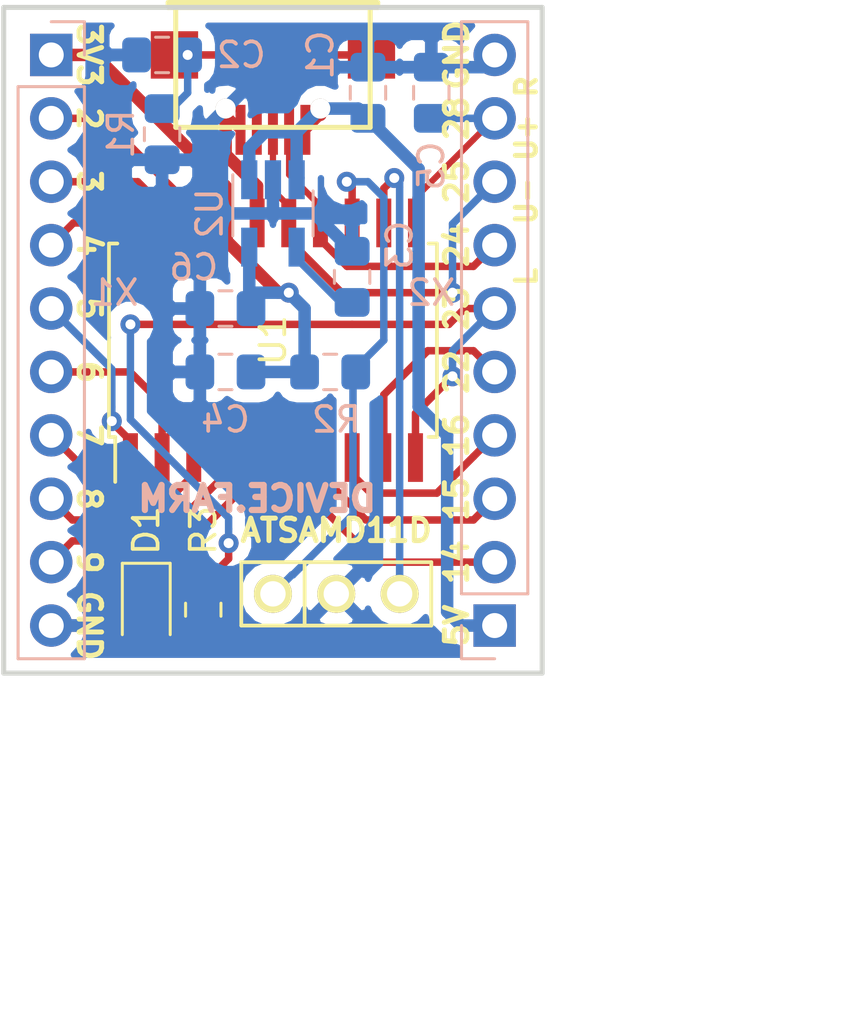
<source format=kicad_pcb>
(kicad_pcb (version 20171130) (host pcbnew 5.0.2-bee76a0~70~ubuntu16.04.1)

  (general
    (thickness 1.6)
    (drawings 33)
    (tracks 169)
    (zones 0)
    (modules 16)
    (nets 25)
  )

  (page A4)
  (layers
    (0 F.Cu signal)
    (31 B.Cu signal)
    (32 B.Adhes user)
    (33 F.Adhes user)
    (34 B.Paste user)
    (35 F.Paste user)
    (36 B.SilkS user)
    (37 F.SilkS user)
    (38 B.Mask user)
    (39 F.Mask user)
    (40 Dwgs.User user)
    (41 Cmts.User user)
    (42 Eco1.User user)
    (43 Eco2.User user)
    (44 Edge.Cuts user)
    (45 Margin user)
    (46 B.CrtYd user)
    (47 F.CrtYd user)
    (48 B.Fab user hide)
    (49 F.Fab user hide)
  )

  (setup
    (last_trace_width 0.3)
    (user_trace_width 0.25)
    (trace_clearance 0.2)
    (zone_clearance 0.508)
    (zone_45_only no)
    (trace_min 0.2)
    (segment_width 0.2)
    (edge_width 0.15)
    (via_size 0.8)
    (via_drill 0.4)
    (via_min_size 0.4)
    (via_min_drill 0.3)
    (uvia_size 0.3)
    (uvia_drill 0.1)
    (uvias_allowed no)
    (uvia_min_size 0.2)
    (uvia_min_drill 0.1)
    (pcb_text_width 0.3)
    (pcb_text_size 1.5 1.5)
    (mod_edge_width 0.15)
    (mod_text_size 1 1)
    (mod_text_width 0.15)
    (pad_size 1.524 1.524)
    (pad_drill 0.762)
    (pad_to_mask_clearance 0.051)
    (solder_mask_min_width 0.25)
    (aux_axis_origin 0 0)
    (visible_elements FFFFFF7F)
    (pcbplotparams
      (layerselection 0x010fc_ffffffff)
      (usegerberextensions false)
      (usegerberattributes false)
      (usegerberadvancedattributes false)
      (creategerberjobfile false)
      (excludeedgelayer true)
      (linewidth 0.100000)
      (plotframeref false)
      (viasonmask false)
      (mode 1)
      (useauxorigin false)
      (hpglpennumber 1)
      (hpglpenspeed 20)
      (hpglpendiameter 15.000000)
      (psnegative false)
      (psa4output false)
      (plotreference true)
      (plotvalue true)
      (plotinvisibletext false)
      (padsonsilk false)
      (subtractmaskfromsilk false)
      (outputformat 1)
      (mirror false)
      (drillshape 1)
      (scaleselection 1)
      (outputdirectory ""))
  )

  (net 0 "")
  (net 1 GND)
  (net 2 +5V)
  (net 3 "Net-(C2-Pad1)")
  (net 4 "Net-(C3-Pad2)")
  (net 5 +3V3)
  (net 6 /PA28_RST)
  (net 7 "Net-(D1-Pad2)")
  (net 8 /SWDIO)
  (net 9 /PA23_LED)
  (net 10 /PA05)
  (net 11 /PA06)
  (net 12 /PA07)
  (net 13 /PA08)
  (net 14 /PA09)
  (net 15 /PA14)
  (net 16 /PA15)
  (net 17 /PA16)
  (net 18 /PA22)
  (net 19 /SWCLK)
  (net 20 /PA24_UDM)
  (net 21 /PA25_UDP)
  (net 22 /PA02)
  (net 23 /PA03)
  (net 24 /PA04)

  (net_class Default "This is the default net class."
    (clearance 0.2)
    (trace_width 0.3)
    (via_dia 0.8)
    (via_drill 0.4)
    (uvia_dia 0.3)
    (uvia_drill 0.1)
    (add_net /PA02)
    (add_net /PA03)
    (add_net /PA04)
    (add_net /PA05)
    (add_net /PA06)
    (add_net /PA07)
    (add_net /PA08)
    (add_net /PA09)
    (add_net /PA14)
    (add_net /PA15)
    (add_net /PA16)
    (add_net /PA22)
    (add_net /PA23_LED)
    (add_net /PA24_UDM)
    (add_net /PA25_UDP)
    (add_net /PA28_RST)
    (add_net /SWCLK)
    (add_net /SWDIO)
    (add_net "Net-(C2-Pad1)")
    (add_net "Net-(C3-Pad2)")
    (add_net "Net-(D1-Pad2)")
  )

  (net_class PWR ""
    (clearance 0.2)
    (trace_width 0.5)
    (via_dia 0.8)
    (via_drill 0.4)
    (uvia_dia 0.3)
    (uvia_drill 0.1)
    (add_net +3V3)
    (add_net +5V)
    (add_net GND)
  )

  (module Capacitor_SMD:C_0805_2012Metric_Pad1.15x1.40mm_HandSolder (layer B.Cu) (tedit 5B36C52B) (tstamp 5D44516B)
    (at 124.46 44.695 270)
    (descr "Capacitor SMD 0805 (2012 Metric), square (rectangular) end terminal, IPC_7351 nominal with elongated pad for handsoldering. (Body size source: https://docs.google.com/spreadsheets/d/1BsfQQcO9C6DZCsRaXUlFlo91Tg2WpOkGARC1WS5S8t0/edit?usp=sharing), generated with kicad-footprint-generator")
    (tags "capacitor handsolder")
    (path /5D3751D1)
    (attr smd)
    (fp_text reference C1 (at -1.515 1.905 270) (layer B.SilkS)
      (effects (font (size 1 1) (thickness 0.15)) (justify mirror))
    )
    (fp_text value 4.7u (at 0 -1.65 270) (layer B.Fab)
      (effects (font (size 1 1) (thickness 0.15)) (justify mirror))
    )
    (fp_line (start -1 -0.6) (end -1 0.6) (layer B.Fab) (width 0.1))
    (fp_line (start -1 0.6) (end 1 0.6) (layer B.Fab) (width 0.1))
    (fp_line (start 1 0.6) (end 1 -0.6) (layer B.Fab) (width 0.1))
    (fp_line (start 1 -0.6) (end -1 -0.6) (layer B.Fab) (width 0.1))
    (fp_line (start -0.261252 0.71) (end 0.261252 0.71) (layer B.SilkS) (width 0.12))
    (fp_line (start -0.261252 -0.71) (end 0.261252 -0.71) (layer B.SilkS) (width 0.12))
    (fp_line (start -1.85 -0.95) (end -1.85 0.95) (layer B.CrtYd) (width 0.05))
    (fp_line (start -1.85 0.95) (end 1.85 0.95) (layer B.CrtYd) (width 0.05))
    (fp_line (start 1.85 0.95) (end 1.85 -0.95) (layer B.CrtYd) (width 0.05))
    (fp_line (start 1.85 -0.95) (end -1.85 -0.95) (layer B.CrtYd) (width 0.05))
    (fp_text user %R (at 0 0 270) (layer B.Fab)
      (effects (font (size 0.5 0.5) (thickness 0.08)) (justify mirror))
    )
    (pad 1 smd roundrect (at -1.025 0 270) (size 1.15 1.4) (layers B.Cu B.Paste B.Mask) (roundrect_rratio 0.217391)
      (net 1 GND))
    (pad 2 smd roundrect (at 1.025 0 270) (size 1.15 1.4) (layers B.Cu B.Paste B.Mask) (roundrect_rratio 0.217391)
      (net 2 +5V))
    (model ${KISYS3DMOD}/Capacitor_SMD.3dshapes/C_0805_2012Metric.wrl
      (at (xyz 0 0 0))
      (scale (xyz 1 1 1))
      (rotate (xyz 0 0 0))
    )
  )

  (module Capacitor_SMD:C_0805_2012Metric_Pad1.15x1.40mm_HandSolder (layer B.Cu) (tedit 5B36C52B) (tstamp 5D44517C)
    (at 116.205 43.18 180)
    (descr "Capacitor SMD 0805 (2012 Metric), square (rectangular) end terminal, IPC_7351 nominal with elongated pad for handsoldering. (Body size source: https://docs.google.com/spreadsheets/d/1BsfQQcO9C6DZCsRaXUlFlo91Tg2WpOkGARC1WS5S8t0/edit?usp=sharing), generated with kicad-footprint-generator")
    (tags "capacitor handsolder")
    (path /5D3793D5)
    (attr smd)
    (fp_text reference C2 (at -3.175 0 180) (layer B.SilkS)
      (effects (font (size 1 1) (thickness 0.15)) (justify mirror))
    )
    (fp_text value 4.5n (at 0 -1.65 180) (layer B.Fab)
      (effects (font (size 1 1) (thickness 0.15)) (justify mirror))
    )
    (fp_text user %R (at 0 0 180) (layer B.Fab)
      (effects (font (size 0.5 0.5) (thickness 0.08)) (justify mirror))
    )
    (fp_line (start 1.85 -0.95) (end -1.85 -0.95) (layer B.CrtYd) (width 0.05))
    (fp_line (start 1.85 0.95) (end 1.85 -0.95) (layer B.CrtYd) (width 0.05))
    (fp_line (start -1.85 0.95) (end 1.85 0.95) (layer B.CrtYd) (width 0.05))
    (fp_line (start -1.85 -0.95) (end -1.85 0.95) (layer B.CrtYd) (width 0.05))
    (fp_line (start -0.261252 -0.71) (end 0.261252 -0.71) (layer B.SilkS) (width 0.12))
    (fp_line (start -0.261252 0.71) (end 0.261252 0.71) (layer B.SilkS) (width 0.12))
    (fp_line (start 1 -0.6) (end -1 -0.6) (layer B.Fab) (width 0.1))
    (fp_line (start 1 0.6) (end 1 -0.6) (layer B.Fab) (width 0.1))
    (fp_line (start -1 0.6) (end 1 0.6) (layer B.Fab) (width 0.1))
    (fp_line (start -1 -0.6) (end -1 0.6) (layer B.Fab) (width 0.1))
    (pad 2 smd roundrect (at 1.025 0 180) (size 1.15 1.4) (layers B.Cu B.Paste B.Mask) (roundrect_rratio 0.217391)
      (net 1 GND))
    (pad 1 smd roundrect (at -1.025 0 180) (size 1.15 1.4) (layers B.Cu B.Paste B.Mask) (roundrect_rratio 0.217391)
      (net 3 "Net-(C2-Pad1)"))
    (model ${KISYS3DMOD}/Capacitor_SMD.3dshapes/C_0805_2012Metric.wrl
      (at (xyz 0 0 0))
      (scale (xyz 1 1 1))
      (rotate (xyz 0 0 0))
    )
  )

  (module Capacitor_SMD:C_0805_2012Metric_Pad1.15x1.40mm_HandSolder (layer B.Cu) (tedit 5B36C52B) (tstamp 5D44787C)
    (at 123.825 52.07 270)
    (descr "Capacitor SMD 0805 (2012 Metric), square (rectangular) end terminal, IPC_7351 nominal with elongated pad for handsoldering. (Body size source: https://docs.google.com/spreadsheets/d/1BsfQQcO9C6DZCsRaXUlFlo91Tg2WpOkGARC1WS5S8t0/edit?usp=sharing), generated with kicad-footprint-generator")
    (tags "capacitor handsolder")
    (path /5D374400)
    (attr smd)
    (fp_text reference C3 (at -1.27 -1.905 270) (layer B.SilkS)
      (effects (font (size 1 1) (thickness 0.15)) (justify mirror))
    )
    (fp_text value 100n (at 0 -1.65 270) (layer B.Fab)
      (effects (font (size 1 1) (thickness 0.15)) (justify mirror))
    )
    (fp_line (start -1 -0.6) (end -1 0.6) (layer B.Fab) (width 0.1))
    (fp_line (start -1 0.6) (end 1 0.6) (layer B.Fab) (width 0.1))
    (fp_line (start 1 0.6) (end 1 -0.6) (layer B.Fab) (width 0.1))
    (fp_line (start 1 -0.6) (end -1 -0.6) (layer B.Fab) (width 0.1))
    (fp_line (start -0.261252 0.71) (end 0.261252 0.71) (layer B.SilkS) (width 0.12))
    (fp_line (start -0.261252 -0.71) (end 0.261252 -0.71) (layer B.SilkS) (width 0.12))
    (fp_line (start -1.85 -0.95) (end -1.85 0.95) (layer B.CrtYd) (width 0.05))
    (fp_line (start -1.85 0.95) (end 1.85 0.95) (layer B.CrtYd) (width 0.05))
    (fp_line (start 1.85 0.95) (end 1.85 -0.95) (layer B.CrtYd) (width 0.05))
    (fp_line (start 1.85 -0.95) (end -1.85 -0.95) (layer B.CrtYd) (width 0.05))
    (fp_text user %R (at 0 0 270) (layer B.Fab)
      (effects (font (size 0.5 0.5) (thickness 0.08)) (justify mirror))
    )
    (pad 1 smd roundrect (at -1.025 0 270) (size 1.15 1.4) (layers B.Cu B.Paste B.Mask) (roundrect_rratio 0.217391)
      (net 1 GND))
    (pad 2 smd roundrect (at 1.025 0 270) (size 1.15 1.4) (layers B.Cu B.Paste B.Mask) (roundrect_rratio 0.217391)
      (net 4 "Net-(C3-Pad2)"))
    (model ${KISYS3DMOD}/Capacitor_SMD.3dshapes/C_0805_2012Metric.wrl
      (at (xyz 0 0 0))
      (scale (xyz 1 1 1))
      (rotate (xyz 0 0 0))
    )
  )

  (module Capacitor_SMD:C_0805_2012Metric_Pad1.15x1.40mm_HandSolder (layer B.Cu) (tedit 5B36C52B) (tstamp 5D44784C)
    (at 118.745 55.88)
    (descr "Capacitor SMD 0805 (2012 Metric), square (rectangular) end terminal, IPC_7351 nominal with elongated pad for handsoldering. (Body size source: https://docs.google.com/spreadsheets/d/1BsfQQcO9C6DZCsRaXUlFlo91Tg2WpOkGARC1WS5S8t0/edit?usp=sharing), generated with kicad-footprint-generator")
    (tags "capacitor handsolder")
    (path /5D374FD3)
    (attr smd)
    (fp_text reference C4 (at 0 1.905) (layer B.SilkS)
      (effects (font (size 1 1) (thickness 0.15)) (justify mirror))
    )
    (fp_text value 4.7u (at 0 -1.65) (layer B.Fab)
      (effects (font (size 1 1) (thickness 0.15)) (justify mirror))
    )
    (fp_text user %R (at 0 0) (layer B.Fab)
      (effects (font (size 0.5 0.5) (thickness 0.08)) (justify mirror))
    )
    (fp_line (start 1.85 -0.95) (end -1.85 -0.95) (layer B.CrtYd) (width 0.05))
    (fp_line (start 1.85 0.95) (end 1.85 -0.95) (layer B.CrtYd) (width 0.05))
    (fp_line (start -1.85 0.95) (end 1.85 0.95) (layer B.CrtYd) (width 0.05))
    (fp_line (start -1.85 -0.95) (end -1.85 0.95) (layer B.CrtYd) (width 0.05))
    (fp_line (start -0.261252 -0.71) (end 0.261252 -0.71) (layer B.SilkS) (width 0.12))
    (fp_line (start -0.261252 0.71) (end 0.261252 0.71) (layer B.SilkS) (width 0.12))
    (fp_line (start 1 -0.6) (end -1 -0.6) (layer B.Fab) (width 0.1))
    (fp_line (start 1 0.6) (end 1 -0.6) (layer B.Fab) (width 0.1))
    (fp_line (start -1 0.6) (end 1 0.6) (layer B.Fab) (width 0.1))
    (fp_line (start -1 -0.6) (end -1 0.6) (layer B.Fab) (width 0.1))
    (pad 2 smd roundrect (at 1.025 0) (size 1.15 1.4) (layers B.Cu B.Paste B.Mask) (roundrect_rratio 0.217391)
      (net 5 +3V3))
    (pad 1 smd roundrect (at -1.025 0) (size 1.15 1.4) (layers B.Cu B.Paste B.Mask) (roundrect_rratio 0.217391)
      (net 1 GND))
    (model ${KISYS3DMOD}/Capacitor_SMD.3dshapes/C_0805_2012Metric.wrl
      (at (xyz 0 0 0))
      (scale (xyz 1 1 1))
      (rotate (xyz 0 0 0))
    )
  )

  (module Capacitor_SMD:C_0805_2012Metric_Pad1.15x1.40mm_HandSolder (layer B.Cu) (tedit 5B36C52B) (tstamp 5D4451AF)
    (at 127 44.695 90)
    (descr "Capacitor SMD 0805 (2012 Metric), square (rectangular) end terminal, IPC_7351 nominal with elongated pad for handsoldering. (Body size source: https://docs.google.com/spreadsheets/d/1BsfQQcO9C6DZCsRaXUlFlo91Tg2WpOkGARC1WS5S8t0/edit?usp=sharing), generated with kicad-footprint-generator")
    (tags "capacitor handsolder")
    (path /5D37452D)
    (attr smd)
    (fp_text reference C5 (at -2.93 0 90) (layer B.SilkS)
      (effects (font (size 1 1) (thickness 0.15)) (justify mirror))
    )
    (fp_text value 100n (at 0 -1.65 90) (layer B.Fab)
      (effects (font (size 1 1) (thickness 0.15)) (justify mirror))
    )
    (fp_text user %R (at 0 0 90) (layer B.Fab)
      (effects (font (size 0.5 0.5) (thickness 0.08)) (justify mirror))
    )
    (fp_line (start 1.85 -0.95) (end -1.85 -0.95) (layer B.CrtYd) (width 0.05))
    (fp_line (start 1.85 0.95) (end 1.85 -0.95) (layer B.CrtYd) (width 0.05))
    (fp_line (start -1.85 0.95) (end 1.85 0.95) (layer B.CrtYd) (width 0.05))
    (fp_line (start -1.85 -0.95) (end -1.85 0.95) (layer B.CrtYd) (width 0.05))
    (fp_line (start -0.261252 -0.71) (end 0.261252 -0.71) (layer B.SilkS) (width 0.12))
    (fp_line (start -0.261252 0.71) (end 0.261252 0.71) (layer B.SilkS) (width 0.12))
    (fp_line (start 1 -0.6) (end -1 -0.6) (layer B.Fab) (width 0.1))
    (fp_line (start 1 0.6) (end 1 -0.6) (layer B.Fab) (width 0.1))
    (fp_line (start -1 0.6) (end 1 0.6) (layer B.Fab) (width 0.1))
    (fp_line (start -1 -0.6) (end -1 0.6) (layer B.Fab) (width 0.1))
    (pad 2 smd roundrect (at 1.025 0 90) (size 1.15 1.4) (layers B.Cu B.Paste B.Mask) (roundrect_rratio 0.217391)
      (net 1 GND))
    (pad 1 smd roundrect (at -1.025 0 90) (size 1.15 1.4) (layers B.Cu B.Paste B.Mask) (roundrect_rratio 0.217391)
      (net 6 /PA28_RST))
    (model ${KISYS3DMOD}/Capacitor_SMD.3dshapes/C_0805_2012Metric.wrl
      (at (xyz 0 0 0))
      (scale (xyz 1 1 1))
      (rotate (xyz 0 0 0))
    )
  )

  (module Capacitor_SMD:C_0805_2012Metric_Pad1.15x1.40mm_HandSolder (layer B.Cu) (tedit 5B36C52B) (tstamp 5D447939)
    (at 118.745 53.34 180)
    (descr "Capacitor SMD 0805 (2012 Metric), square (rectangular) end terminal, IPC_7351 nominal with elongated pad for handsoldering. (Body size source: https://docs.google.com/spreadsheets/d/1BsfQQcO9C6DZCsRaXUlFlo91Tg2WpOkGARC1WS5S8t0/edit?usp=sharing), generated with kicad-footprint-generator")
    (tags "capacitor handsolder")
    (path /5D374F95)
    (attr smd)
    (fp_text reference C6 (at 1.27 1.65 180) (layer B.SilkS)
      (effects (font (size 1 1) (thickness 0.15)) (justify mirror))
    )
    (fp_text value 100n (at 0 -1.65 180) (layer B.Fab)
      (effects (font (size 1 1) (thickness 0.15)) (justify mirror))
    )
    (fp_line (start -1 -0.6) (end -1 0.6) (layer B.Fab) (width 0.1))
    (fp_line (start -1 0.6) (end 1 0.6) (layer B.Fab) (width 0.1))
    (fp_line (start 1 0.6) (end 1 -0.6) (layer B.Fab) (width 0.1))
    (fp_line (start 1 -0.6) (end -1 -0.6) (layer B.Fab) (width 0.1))
    (fp_line (start -0.261252 0.71) (end 0.261252 0.71) (layer B.SilkS) (width 0.12))
    (fp_line (start -0.261252 -0.71) (end 0.261252 -0.71) (layer B.SilkS) (width 0.12))
    (fp_line (start -1.85 -0.95) (end -1.85 0.95) (layer B.CrtYd) (width 0.05))
    (fp_line (start -1.85 0.95) (end 1.85 0.95) (layer B.CrtYd) (width 0.05))
    (fp_line (start 1.85 0.95) (end 1.85 -0.95) (layer B.CrtYd) (width 0.05))
    (fp_line (start 1.85 -0.95) (end -1.85 -0.95) (layer B.CrtYd) (width 0.05))
    (fp_text user %R (at 0 0 180) (layer B.Fab)
      (effects (font (size 0.5 0.5) (thickness 0.08)) (justify mirror))
    )
    (pad 1 smd roundrect (at -1.025 0 180) (size 1.15 1.4) (layers B.Cu B.Paste B.Mask) (roundrect_rratio 0.217391)
      (net 5 +3V3))
    (pad 2 smd roundrect (at 1.025 0 180) (size 1.15 1.4) (layers B.Cu B.Paste B.Mask) (roundrect_rratio 0.217391)
      (net 1 GND))
    (model ${KISYS3DMOD}/Capacitor_SMD.3dshapes/C_0805_2012Metric.wrl
      (at (xyz 0 0 0))
      (scale (xyz 1 1 1))
      (rotate (xyz 0 0 0))
    )
  )

  (module LED_SMD:LED_0805_2012Metric_Pad1.15x1.40mm_HandSolder (layer F.Cu) (tedit 5B4B45C9) (tstamp 5D4451D3)
    (at 115.57 65.405 270)
    (descr "LED SMD 0805 (2012 Metric), square (rectangular) end terminal, IPC_7351 nominal, (Body size source: https://docs.google.com/spreadsheets/d/1BsfQQcO9C6DZCsRaXUlFlo91Tg2WpOkGARC1WS5S8t0/edit?usp=sharing), generated with kicad-footprint-generator")
    (tags "LED handsolder")
    (path /5D3787E6)
    (attr smd)
    (fp_text reference D1 (at -3.175 0 270) (layer F.SilkS)
      (effects (font (size 1 1) (thickness 0.15)))
    )
    (fp_text value LED (at 0 1.65 270) (layer F.Fab)
      (effects (font (size 1 1) (thickness 0.15)))
    )
    (fp_line (start 1 -0.6) (end -0.7 -0.6) (layer F.Fab) (width 0.1))
    (fp_line (start -0.7 -0.6) (end -1 -0.3) (layer F.Fab) (width 0.1))
    (fp_line (start -1 -0.3) (end -1 0.6) (layer F.Fab) (width 0.1))
    (fp_line (start -1 0.6) (end 1 0.6) (layer F.Fab) (width 0.1))
    (fp_line (start 1 0.6) (end 1 -0.6) (layer F.Fab) (width 0.1))
    (fp_line (start 1 -0.96) (end -1.86 -0.96) (layer F.SilkS) (width 0.12))
    (fp_line (start -1.86 -0.96) (end -1.86 0.96) (layer F.SilkS) (width 0.12))
    (fp_line (start -1.86 0.96) (end 1 0.96) (layer F.SilkS) (width 0.12))
    (fp_line (start -1.85 0.95) (end -1.85 -0.95) (layer F.CrtYd) (width 0.05))
    (fp_line (start -1.85 -0.95) (end 1.85 -0.95) (layer F.CrtYd) (width 0.05))
    (fp_line (start 1.85 -0.95) (end 1.85 0.95) (layer F.CrtYd) (width 0.05))
    (fp_line (start 1.85 0.95) (end -1.85 0.95) (layer F.CrtYd) (width 0.05))
    (fp_text user %R (at 0 0 270) (layer F.Fab)
      (effects (font (size 0.5 0.5) (thickness 0.08)))
    )
    (pad 1 smd roundrect (at -1.025 0 270) (size 1.15 1.4) (layers F.Cu F.Paste F.Mask) (roundrect_rratio 0.217391)
      (net 1 GND))
    (pad 2 smd roundrect (at 1.025 0 270) (size 1.15 1.4) (layers F.Cu F.Paste F.Mask) (roundrect_rratio 0.217391)
      (net 7 "Net-(D1-Pad2)"))
    (model ${KISYS3DMOD}/LED_SMD.3dshapes/LED_0805_2012Metric.wrl
      (at (xyz 0 0 0))
      (scale (xyz 1 1 1))
      (rotate (xyz 0 0 0))
    )
  )

  (module Resistor_SMD:R_0805_2012Metric_Pad1.15x1.40mm_HandSolder (layer B.Cu) (tedit 5B36C52B) (tstamp 5D4451E4)
    (at 116.205 46.355 270)
    (descr "Resistor SMD 0805 (2012 Metric), square (rectangular) end terminal, IPC_7351 nominal with elongated pad for handsoldering. (Body size source: https://docs.google.com/spreadsheets/d/1BsfQQcO9C6DZCsRaXUlFlo91Tg2WpOkGARC1WS5S8t0/edit?usp=sharing), generated with kicad-footprint-generator")
    (tags "resistor handsolder")
    (path /5D3794EC)
    (attr smd)
    (fp_text reference R1 (at 0 1.65 270) (layer B.SilkS)
      (effects (font (size 1 1) (thickness 0.15)) (justify mirror))
    )
    (fp_text value 1M (at 0 -1.65 270) (layer B.Fab)
      (effects (font (size 1 1) (thickness 0.15)) (justify mirror))
    )
    (fp_line (start -1 -0.6) (end -1 0.6) (layer B.Fab) (width 0.1))
    (fp_line (start -1 0.6) (end 1 0.6) (layer B.Fab) (width 0.1))
    (fp_line (start 1 0.6) (end 1 -0.6) (layer B.Fab) (width 0.1))
    (fp_line (start 1 -0.6) (end -1 -0.6) (layer B.Fab) (width 0.1))
    (fp_line (start -0.261252 0.71) (end 0.261252 0.71) (layer B.SilkS) (width 0.12))
    (fp_line (start -0.261252 -0.71) (end 0.261252 -0.71) (layer B.SilkS) (width 0.12))
    (fp_line (start -1.85 -0.95) (end -1.85 0.95) (layer B.CrtYd) (width 0.05))
    (fp_line (start -1.85 0.95) (end 1.85 0.95) (layer B.CrtYd) (width 0.05))
    (fp_line (start 1.85 0.95) (end 1.85 -0.95) (layer B.CrtYd) (width 0.05))
    (fp_line (start 1.85 -0.95) (end -1.85 -0.95) (layer B.CrtYd) (width 0.05))
    (fp_text user %R (at 0 0 270) (layer B.Fab)
      (effects (font (size 0.5 0.5) (thickness 0.08)) (justify mirror))
    )
    (pad 1 smd roundrect (at -1.025 0 270) (size 1.15 1.4) (layers B.Cu B.Paste B.Mask) (roundrect_rratio 0.217391)
      (net 3 "Net-(C2-Pad1)"))
    (pad 2 smd roundrect (at 1.025 0 270) (size 1.15 1.4) (layers B.Cu B.Paste B.Mask) (roundrect_rratio 0.217391)
      (net 1 GND))
    (model ${KISYS3DMOD}/Resistor_SMD.3dshapes/R_0805_2012Metric.wrl
      (at (xyz 0 0 0))
      (scale (xyz 1 1 1))
      (rotate (xyz 0 0 0))
    )
  )

  (module Resistor_SMD:R_0805_2012Metric_Pad1.15x1.40mm_HandSolder (layer B.Cu) (tedit 5B36C52B) (tstamp 5D4477EC)
    (at 122.945 55.88)
    (descr "Resistor SMD 0805 (2012 Metric), square (rectangular) end terminal, IPC_7351 nominal with elongated pad for handsoldering. (Body size source: https://docs.google.com/spreadsheets/d/1BsfQQcO9C6DZCsRaXUlFlo91Tg2WpOkGARC1WS5S8t0/edit?usp=sharing), generated with kicad-footprint-generator")
    (tags "resistor handsolder")
    (path /5D3746EF)
    (attr smd)
    (fp_text reference R2 (at 0.245 1.905) (layer B.SilkS)
      (effects (font (size 1 1) (thickness 0.15)) (justify mirror))
    )
    (fp_text value 1k5 (at 0 -1.65) (layer B.Fab)
      (effects (font (size 1 1) (thickness 0.15)) (justify mirror))
    )
    (fp_line (start -1 -0.6) (end -1 0.6) (layer B.Fab) (width 0.1))
    (fp_line (start -1 0.6) (end 1 0.6) (layer B.Fab) (width 0.1))
    (fp_line (start 1 0.6) (end 1 -0.6) (layer B.Fab) (width 0.1))
    (fp_line (start 1 -0.6) (end -1 -0.6) (layer B.Fab) (width 0.1))
    (fp_line (start -0.261252 0.71) (end 0.261252 0.71) (layer B.SilkS) (width 0.12))
    (fp_line (start -0.261252 -0.71) (end 0.261252 -0.71) (layer B.SilkS) (width 0.12))
    (fp_line (start -1.85 -0.95) (end -1.85 0.95) (layer B.CrtYd) (width 0.05))
    (fp_line (start -1.85 0.95) (end 1.85 0.95) (layer B.CrtYd) (width 0.05))
    (fp_line (start 1.85 0.95) (end 1.85 -0.95) (layer B.CrtYd) (width 0.05))
    (fp_line (start 1.85 -0.95) (end -1.85 -0.95) (layer B.CrtYd) (width 0.05))
    (fp_text user %R (at 0 0) (layer B.Fab)
      (effects (font (size 0.5 0.5) (thickness 0.08)) (justify mirror))
    )
    (pad 1 smd roundrect (at -1.025 0) (size 1.15 1.4) (layers B.Cu B.Paste B.Mask) (roundrect_rratio 0.217391)
      (net 5 +3V3))
    (pad 2 smd roundrect (at 1.025 0) (size 1.15 1.4) (layers B.Cu B.Paste B.Mask) (roundrect_rratio 0.217391)
      (net 8 /SWDIO))
    (model ${KISYS3DMOD}/Resistor_SMD.3dshapes/R_0805_2012Metric.wrl
      (at (xyz 0 0 0))
      (scale (xyz 1 1 1))
      (rotate (xyz 0 0 0))
    )
  )

  (module Resistor_SMD:R_0805_2012Metric_Pad1.15x1.40mm_HandSolder (layer F.Cu) (tedit 5B36C52B) (tstamp 5D445206)
    (at 117.856 65.405 90)
    (descr "Resistor SMD 0805 (2012 Metric), square (rectangular) end terminal, IPC_7351 nominal with elongated pad for handsoldering. (Body size source: https://docs.google.com/spreadsheets/d/1BsfQQcO9C6DZCsRaXUlFlo91Tg2WpOkGARC1WS5S8t0/edit?usp=sharing), generated with kicad-footprint-generator")
    (tags "resistor handsolder")
    (path /5D3788C3)
    (attr smd)
    (fp_text reference R3 (at 3.175 0 90) (layer F.SilkS)
      (effects (font (size 1 1) (thickness 0.15)))
    )
    (fp_text value 270R (at 0 1.65 90) (layer F.Fab)
      (effects (font (size 1 1) (thickness 0.15)))
    )
    (fp_text user %R (at 0 0 90) (layer F.Fab)
      (effects (font (size 0.5 0.5) (thickness 0.08)))
    )
    (fp_line (start 1.85 0.95) (end -1.85 0.95) (layer F.CrtYd) (width 0.05))
    (fp_line (start 1.85 -0.95) (end 1.85 0.95) (layer F.CrtYd) (width 0.05))
    (fp_line (start -1.85 -0.95) (end 1.85 -0.95) (layer F.CrtYd) (width 0.05))
    (fp_line (start -1.85 0.95) (end -1.85 -0.95) (layer F.CrtYd) (width 0.05))
    (fp_line (start -0.261252 0.71) (end 0.261252 0.71) (layer F.SilkS) (width 0.12))
    (fp_line (start -0.261252 -0.71) (end 0.261252 -0.71) (layer F.SilkS) (width 0.12))
    (fp_line (start 1 0.6) (end -1 0.6) (layer F.Fab) (width 0.1))
    (fp_line (start 1 -0.6) (end 1 0.6) (layer F.Fab) (width 0.1))
    (fp_line (start -1 -0.6) (end 1 -0.6) (layer F.Fab) (width 0.1))
    (fp_line (start -1 0.6) (end -1 -0.6) (layer F.Fab) (width 0.1))
    (pad 2 smd roundrect (at 1.025 0 90) (size 1.15 1.4) (layers F.Cu F.Paste F.Mask) (roundrect_rratio 0.217391)
      (net 9 /PA23_LED))
    (pad 1 smd roundrect (at -1.025 0 90) (size 1.15 1.4) (layers F.Cu F.Paste F.Mask) (roundrect_rratio 0.217391)
      (net 7 "Net-(D1-Pad2)"))
    (model ${KISYS3DMOD}/Resistor_SMD.3dshapes/R_0805_2012Metric.wrl
      (at (xyz 0 0 0))
      (scale (xyz 1 1 1))
      (rotate (xyz 0 0 0))
    )
  )

  (module Package_SO:SOIC-20W_7.5x12.8mm_P1.27mm (layer F.Cu) (tedit 5A02F2D3) (tstamp 5D445BE5)
    (at 120.65 54.61 90)
    (descr "20-Lead Plastic Small Outline (SO) - Wide, 7.50 mm Body [SOIC] (see Microchip Packaging Specification 00000049BS.pdf)")
    (tags "SOIC 1.27")
    (path /5D3735E9)
    (attr smd)
    (fp_text reference U1 (at 0 0 90) (layer F.SilkS)
      (effects (font (size 1 1) (thickness 0.15)))
    )
    (fp_text value ATSAMD11D14A-SS (at 0 7.5 90) (layer F.Fab)
      (effects (font (size 1 1) (thickness 0.15)))
    )
    (fp_text user %R (at 0 0 90) (layer F.Fab)
      (effects (font (size 1 1) (thickness 0.15)))
    )
    (fp_line (start -2.75 -6.4) (end 3.75 -6.4) (layer F.Fab) (width 0.15))
    (fp_line (start 3.75 -6.4) (end 3.75 6.4) (layer F.Fab) (width 0.15))
    (fp_line (start 3.75 6.4) (end -3.75 6.4) (layer F.Fab) (width 0.15))
    (fp_line (start -3.75 6.4) (end -3.75 -5.4) (layer F.Fab) (width 0.15))
    (fp_line (start -3.75 -5.4) (end -2.75 -6.4) (layer F.Fab) (width 0.15))
    (fp_line (start -5.95 -6.75) (end -5.95 6.75) (layer F.CrtYd) (width 0.05))
    (fp_line (start 5.95 -6.75) (end 5.95 6.75) (layer F.CrtYd) (width 0.05))
    (fp_line (start -5.95 -6.75) (end 5.95 -6.75) (layer F.CrtYd) (width 0.05))
    (fp_line (start -5.95 6.75) (end 5.95 6.75) (layer F.CrtYd) (width 0.05))
    (fp_line (start -3.875 -6.575) (end -3.875 -6.325) (layer F.SilkS) (width 0.15))
    (fp_line (start 3.875 -6.575) (end 3.875 -6.24) (layer F.SilkS) (width 0.15))
    (fp_line (start 3.875 6.575) (end 3.875 6.24) (layer F.SilkS) (width 0.15))
    (fp_line (start -3.875 6.575) (end -3.875 6.24) (layer F.SilkS) (width 0.15))
    (fp_line (start -3.875 -6.575) (end 3.875 -6.575) (layer F.SilkS) (width 0.15))
    (fp_line (start -3.875 6.575) (end 3.875 6.575) (layer F.SilkS) (width 0.15))
    (fp_line (start -3.875 -6.325) (end -5.675 -6.325) (layer F.SilkS) (width 0.15))
    (pad 1 smd rect (at -4.7 -5.715 90) (size 1.95 0.6) (layers F.Cu F.Paste F.Mask)
      (net 10 /PA05))
    (pad 2 smd rect (at -4.7 -4.445 90) (size 1.95 0.6) (layers F.Cu F.Paste F.Mask)
      (net 11 /PA06))
    (pad 3 smd rect (at -4.7 -3.175 90) (size 1.95 0.6) (layers F.Cu F.Paste F.Mask)
      (net 12 /PA07))
    (pad 4 smd rect (at -4.7 -1.905 90) (size 1.95 0.6) (layers F.Cu F.Paste F.Mask)
      (net 13 /PA08))
    (pad 5 smd rect (at -4.7 -0.635 90) (size 1.95 0.6) (layers F.Cu F.Paste F.Mask)
      (net 14 /PA09))
    (pad 6 smd rect (at -4.7 0.635 90) (size 1.95 0.6) (layers F.Cu F.Paste F.Mask)
      (net 15 /PA14))
    (pad 7 smd rect (at -4.7 1.905 90) (size 1.95 0.6) (layers F.Cu F.Paste F.Mask)
      (net 16 /PA15))
    (pad 8 smd rect (at -4.7 3.175 90) (size 1.95 0.6) (layers F.Cu F.Paste F.Mask)
      (net 17 /PA16))
    (pad 9 smd rect (at -4.7 4.445 90) (size 1.95 0.6) (layers F.Cu F.Paste F.Mask)
      (net 18 /PA22))
    (pad 10 smd rect (at -4.7 5.715 90) (size 1.95 0.6) (layers F.Cu F.Paste F.Mask)
      (net 9 /PA23_LED))
    (pad 11 smd rect (at 4.7 5.715 90) (size 1.95 0.6) (layers F.Cu F.Paste F.Mask)
      (net 6 /PA28_RST))
    (pad 12 smd rect (at 4.7 4.445 90) (size 1.95 0.6) (layers F.Cu F.Paste F.Mask)
      (net 19 /SWCLK))
    (pad 13 smd rect (at 4.7 3.175 90) (size 1.95 0.6) (layers F.Cu F.Paste F.Mask)
      (net 8 /SWDIO))
    (pad 14 smd rect (at 4.7 1.905 90) (size 1.95 0.6) (layers F.Cu F.Paste F.Mask)
      (net 20 /PA24_UDM))
    (pad 15 smd rect (at 4.7 0.635 90) (size 1.95 0.6) (layers F.Cu F.Paste F.Mask)
      (net 21 /PA25_UDP))
    (pad 16 smd rect (at 4.7 -0.635 90) (size 1.95 0.6) (layers F.Cu F.Paste F.Mask)
      (net 1 GND))
    (pad 17 smd rect (at 4.7 -1.905 90) (size 1.95 0.6) (layers F.Cu F.Paste F.Mask)
      (net 5 +3V3))
    (pad 18 smd rect (at 4.7 -3.175 90) (size 1.95 0.6) (layers F.Cu F.Paste F.Mask)
      (net 22 /PA02))
    (pad 19 smd rect (at 4.7 -4.445 90) (size 1.95 0.6) (layers F.Cu F.Paste F.Mask)
      (net 23 /PA03))
    (pad 20 smd rect (at 4.7 -5.715 90) (size 1.95 0.6) (layers F.Cu F.Paste F.Mask)
      (net 24 /PA04))
    (model ${KISYS3DMOD}/Package_SO.3dshapes/SOIC-20W_7.5x12.8mm_P1.27mm.wrl
      (at (xyz 0 0 0))
      (scale (xyz 1 1 1))
      (rotate (xyz 0 0 0))
    )
  )

  (module Package_TO_SOT_SMD:SOT-23-5_HandSoldering (layer B.Cu) (tedit 5A0AB76C) (tstamp 5D4478D4)
    (at 120.65 49.53 270)
    (descr "5-pin SOT23 package")
    (tags "SOT-23-5 hand-soldering")
    (path /5D374DA4)
    (attr smd)
    (fp_text reference U2 (at 0 2.54 270) (layer B.SilkS)
      (effects (font (size 1 1) (thickness 0.15)) (justify mirror))
    )
    (fp_text value SPX3819M5-L-3-3 (at 0 -2.9 270) (layer B.Fab)
      (effects (font (size 1 1) (thickness 0.15)) (justify mirror))
    )
    (fp_text user %R (at 0 0 180) (layer B.Fab)
      (effects (font (size 0.5 0.5) (thickness 0.075)) (justify mirror))
    )
    (fp_line (start -0.9 -1.61) (end 0.9 -1.61) (layer B.SilkS) (width 0.12))
    (fp_line (start 0.9 1.61) (end -1.55 1.61) (layer B.SilkS) (width 0.12))
    (fp_line (start -0.9 0.9) (end -0.25 1.55) (layer B.Fab) (width 0.1))
    (fp_line (start 0.9 1.55) (end -0.25 1.55) (layer B.Fab) (width 0.1))
    (fp_line (start -0.9 0.9) (end -0.9 -1.55) (layer B.Fab) (width 0.1))
    (fp_line (start 0.9 -1.55) (end -0.9 -1.55) (layer B.Fab) (width 0.1))
    (fp_line (start 0.9 1.55) (end 0.9 -1.55) (layer B.Fab) (width 0.1))
    (fp_line (start -2.38 1.8) (end 2.38 1.8) (layer B.CrtYd) (width 0.05))
    (fp_line (start -2.38 1.8) (end -2.38 -1.8) (layer B.CrtYd) (width 0.05))
    (fp_line (start 2.38 -1.8) (end 2.38 1.8) (layer B.CrtYd) (width 0.05))
    (fp_line (start 2.38 -1.8) (end -2.38 -1.8) (layer B.CrtYd) (width 0.05))
    (pad 1 smd rect (at -1.35 0.95 270) (size 1.56 0.65) (layers B.Cu B.Paste B.Mask)
      (net 2 +5V))
    (pad 2 smd rect (at -1.35 0 270) (size 1.56 0.65) (layers B.Cu B.Paste B.Mask)
      (net 1 GND))
    (pad 3 smd rect (at -1.35 -0.95 270) (size 1.56 0.65) (layers B.Cu B.Paste B.Mask)
      (net 2 +5V))
    (pad 4 smd rect (at 1.35 -0.95 270) (size 1.56 0.65) (layers B.Cu B.Paste B.Mask)
      (net 4 "Net-(C3-Pad2)"))
    (pad 5 smd rect (at 1.35 0.95 270) (size 1.56 0.65) (layers B.Cu B.Paste B.Mask)
      (net 5 +3V3))
    (model ${KISYS3DMOD}/Package_TO_SOT_SMD.3dshapes/SOT-23-5.wrl
      (at (xyz 0 0 0))
      (scale (xyz 1 1 1))
      (rotate (xyz 0 0 0))
    )
  )

  (module Connector_PinHeader_2.54mm:PinHeader_1x10_P2.54mm_Vertical (layer B.Cu) (tedit 59FED5CC) (tstamp 5D445262)
    (at 111.76 43.18 180)
    (descr "Through hole straight pin header, 1x10, 2.54mm pitch, single row")
    (tags "Through hole pin header THT 1x10 2.54mm single row")
    (path /5D373B25)
    (fp_text reference X1 (at -2.54 -9.525 180) (layer B.SilkS)
      (effects (font (size 1 1) (thickness 0.15)) (justify mirror))
    )
    (fp_text value Conn_01x10_Male (at 0 -25.19 180) (layer B.Fab)
      (effects (font (size 1 1) (thickness 0.15)) (justify mirror))
    )
    (fp_line (start -0.635 1.27) (end 1.27 1.27) (layer B.Fab) (width 0.1))
    (fp_line (start 1.27 1.27) (end 1.27 -24.13) (layer B.Fab) (width 0.1))
    (fp_line (start 1.27 -24.13) (end -1.27 -24.13) (layer B.Fab) (width 0.1))
    (fp_line (start -1.27 -24.13) (end -1.27 0.635) (layer B.Fab) (width 0.1))
    (fp_line (start -1.27 0.635) (end -0.635 1.27) (layer B.Fab) (width 0.1))
    (fp_line (start -1.33 -24.19) (end 1.33 -24.19) (layer B.SilkS) (width 0.12))
    (fp_line (start -1.33 -1.27) (end -1.33 -24.19) (layer B.SilkS) (width 0.12))
    (fp_line (start 1.33 -1.27) (end 1.33 -24.19) (layer B.SilkS) (width 0.12))
    (fp_line (start -1.33 -1.27) (end 1.33 -1.27) (layer B.SilkS) (width 0.12))
    (fp_line (start -1.33 0) (end -1.33 1.33) (layer B.SilkS) (width 0.12))
    (fp_line (start -1.33 1.33) (end 0 1.33) (layer B.SilkS) (width 0.12))
    (fp_line (start -1.8 1.8) (end -1.8 -24.65) (layer B.CrtYd) (width 0.05))
    (fp_line (start -1.8 -24.65) (end 1.8 -24.65) (layer B.CrtYd) (width 0.05))
    (fp_line (start 1.8 -24.65) (end 1.8 1.8) (layer B.CrtYd) (width 0.05))
    (fp_line (start 1.8 1.8) (end -1.8 1.8) (layer B.CrtYd) (width 0.05))
    (fp_text user %R (at 0 -11.43 90) (layer B.Fab)
      (effects (font (size 1 1) (thickness 0.15)) (justify mirror))
    )
    (pad 1 thru_hole rect (at 0 0 180) (size 1.7 1.7) (drill 1) (layers *.Cu *.Mask)
      (net 5 +3V3))
    (pad 2 thru_hole oval (at 0 -2.54 180) (size 1.7 1.7) (drill 1) (layers *.Cu *.Mask)
      (net 22 /PA02))
    (pad 3 thru_hole oval (at 0 -5.08 180) (size 1.7 1.7) (drill 1) (layers *.Cu *.Mask)
      (net 23 /PA03))
    (pad 4 thru_hole oval (at 0 -7.62 180) (size 1.7 1.7) (drill 1) (layers *.Cu *.Mask)
      (net 24 /PA04))
    (pad 5 thru_hole oval (at 0 -10.16 180) (size 1.7 1.7) (drill 1) (layers *.Cu *.Mask)
      (net 10 /PA05))
    (pad 6 thru_hole oval (at 0 -12.7 180) (size 1.7 1.7) (drill 1) (layers *.Cu *.Mask)
      (net 11 /PA06))
    (pad 7 thru_hole oval (at 0 -15.24 180) (size 1.7 1.7) (drill 1) (layers *.Cu *.Mask)
      (net 12 /PA07))
    (pad 8 thru_hole oval (at 0 -17.78 180) (size 1.7 1.7) (drill 1) (layers *.Cu *.Mask)
      (net 13 /PA08))
    (pad 9 thru_hole oval (at 0 -20.32 180) (size 1.7 1.7) (drill 1) (layers *.Cu *.Mask)
      (net 14 /PA09))
    (pad 10 thru_hole oval (at 0 -22.86 180) (size 1.7 1.7) (drill 1) (layers *.Cu *.Mask)
      (net 1 GND))
    (model ${KISYS3DMOD}/Connector_PinHeader_2.54mm.3dshapes/PinHeader_1x10_P2.54mm_Vertical.wrl
      (at (xyz 0 0 0))
      (scale (xyz 1 1 1))
      (rotate (xyz 0 0 0))
    )
  )

  (module Connector_PinHeader_2.54mm:PinHeader_1x10_P2.54mm_Vertical (layer B.Cu) (tedit 59FED5CC) (tstamp 5D445280)
    (at 129.54 66.04)
    (descr "Through hole straight pin header, 1x10, 2.54mm pitch, single row")
    (tags "Through hole pin header THT 1x10 2.54mm single row")
    (path /5D373BCC)
    (fp_text reference X2 (at -2.54 -13.335) (layer B.SilkS)
      (effects (font (size 1 1) (thickness 0.15)) (justify mirror))
    )
    (fp_text value Conn_01x10_Male (at 0 -25.19) (layer B.Fab)
      (effects (font (size 1 1) (thickness 0.15)) (justify mirror))
    )
    (fp_text user %R (at 0 -11.43 -90) (layer B.Fab)
      (effects (font (size 1 1) (thickness 0.15)) (justify mirror))
    )
    (fp_line (start 1.8 1.8) (end -1.8 1.8) (layer B.CrtYd) (width 0.05))
    (fp_line (start 1.8 -24.65) (end 1.8 1.8) (layer B.CrtYd) (width 0.05))
    (fp_line (start -1.8 -24.65) (end 1.8 -24.65) (layer B.CrtYd) (width 0.05))
    (fp_line (start -1.8 1.8) (end -1.8 -24.65) (layer B.CrtYd) (width 0.05))
    (fp_line (start -1.33 1.33) (end 0 1.33) (layer B.SilkS) (width 0.12))
    (fp_line (start -1.33 0) (end -1.33 1.33) (layer B.SilkS) (width 0.12))
    (fp_line (start -1.33 -1.27) (end 1.33 -1.27) (layer B.SilkS) (width 0.12))
    (fp_line (start 1.33 -1.27) (end 1.33 -24.19) (layer B.SilkS) (width 0.12))
    (fp_line (start -1.33 -1.27) (end -1.33 -24.19) (layer B.SilkS) (width 0.12))
    (fp_line (start -1.33 -24.19) (end 1.33 -24.19) (layer B.SilkS) (width 0.12))
    (fp_line (start -1.27 0.635) (end -0.635 1.27) (layer B.Fab) (width 0.1))
    (fp_line (start -1.27 -24.13) (end -1.27 0.635) (layer B.Fab) (width 0.1))
    (fp_line (start 1.27 -24.13) (end -1.27 -24.13) (layer B.Fab) (width 0.1))
    (fp_line (start 1.27 1.27) (end 1.27 -24.13) (layer B.Fab) (width 0.1))
    (fp_line (start -0.635 1.27) (end 1.27 1.27) (layer B.Fab) (width 0.1))
    (pad 10 thru_hole oval (at 0 -22.86) (size 1.7 1.7) (drill 1) (layers *.Cu *.Mask)
      (net 1 GND))
    (pad 9 thru_hole oval (at 0 -20.32) (size 1.7 1.7) (drill 1) (layers *.Cu *.Mask)
      (net 6 /PA28_RST))
    (pad 8 thru_hole oval (at 0 -17.78) (size 1.7 1.7) (drill 1) (layers *.Cu *.Mask)
      (net 21 /PA25_UDP))
    (pad 7 thru_hole oval (at 0 -15.24) (size 1.7 1.7) (drill 1) (layers *.Cu *.Mask)
      (net 20 /PA24_UDM))
    (pad 6 thru_hole oval (at 0 -12.7) (size 1.7 1.7) (drill 1) (layers *.Cu *.Mask)
      (net 9 /PA23_LED))
    (pad 5 thru_hole oval (at 0 -10.16) (size 1.7 1.7) (drill 1) (layers *.Cu *.Mask)
      (net 18 /PA22))
    (pad 4 thru_hole oval (at 0 -7.62) (size 1.7 1.7) (drill 1) (layers *.Cu *.Mask)
      (net 17 /PA16))
    (pad 3 thru_hole oval (at 0 -5.08) (size 1.7 1.7) (drill 1) (layers *.Cu *.Mask)
      (net 16 /PA15))
    (pad 2 thru_hole oval (at 0 -2.54) (size 1.7 1.7) (drill 1) (layers *.Cu *.Mask)
      (net 15 /PA14))
    (pad 1 thru_hole rect (at 0 0) (size 1.7 1.7) (drill 1) (layers *.Cu *.Mask)
      (net 2 +5V))
    (model ${KISYS3DMOD}/Connector_PinHeader_2.54mm.3dshapes/PinHeader_1x10_P2.54mm_Vertical.wrl
      (at (xyz 0 0 0))
      (scale (xyz 1 1 1))
      (rotate (xyz 0 0 0))
    )
  )

  (module device.farm:SWD (layer F.Cu) (tedit 5D37889A) (tstamp 5D44528C)
    (at 123.19 64.77)
    (path /5D3736EB)
    (fp_text reference X3 (at 0 2.54) (layer F.SilkS) hide
      (effects (font (size 1 1) (thickness 0.15)))
    )
    (fp_text value SWD (at 0 -2.54) (layer F.Fab)
      (effects (font (size 1 1) (thickness 0.15)))
    )
    (fp_line (start -1.27 -1.27) (end -1.27 1.27) (layer F.SilkS) (width 0.15))
    (fp_line (start -3.81 -1.27) (end 3.81 -1.27) (layer F.SilkS) (width 0.15))
    (fp_line (start 3.81 -1.27) (end 3.81 1.27) (layer F.SilkS) (width 0.15))
    (fp_line (start 3.81 1.27) (end -3.81 1.27) (layer F.SilkS) (width 0.15))
    (fp_line (start -3.81 1.27) (end -3.81 -1.27) (layer F.SilkS) (width 0.15))
    (pad 1 thru_hole circle (at -2.54 0) (size 1.524 1.524) (drill 1.016) (layers *.Cu *.Mask F.SilkS)
      (net 8 /SWDIO))
    (pad 2 thru_hole circle (at 0 0) (size 1.524 1.524) (drill 1.016) (layers *.Cu *.Mask F.SilkS)
      (net 1 GND))
    (pad 3 thru_hole circle (at 2.54 0) (size 1.524 1.524) (drill 1.016) (layers *.Cu *.Mask F.SilkS)
      (net 19 /SWCLK))
  )

  (module device.farm:conn_usb_B_micro_smd-2 (layer F.Cu) (tedit 5D3788A3) (tstamp 5D4452A3)
    (at 120.65 43.18 180)
    (descr "USB B micro SMD connector with retention pins")
    (path /5D37907E)
    (fp_text reference X4 (at 0 2.60096 180) (layer F.SilkS) hide
      (effects (font (size 0.50038 0.50038) (thickness 0.09906)))
    )
    (fp_text value USB_B_Micro (at 0 0 180) (layer F.SilkS) hide
      (effects (font (size 0.50038 0.50038) (thickness 0.09906)))
    )
    (fp_line (start -4.20116 1.99898) (end 4.20116 1.99898) (layer F.SilkS) (width 0.20066))
    (fp_line (start -4.20116 2.10058) (end 4.20116 2.10058) (layer F.SilkS) (width 0.20066))
    (fp_line (start 4.20116 2.10058) (end 4.20116 1.89992) (layer F.SilkS) (width 0.20066))
    (fp_line (start 4.20116 1.89992) (end -4.20116 1.89992) (layer F.SilkS) (width 0.20066))
    (fp_line (start -4.20116 1.89992) (end -4.20116 2.10058) (layer F.SilkS) (width 0.20066))
    (fp_line (start -3.8989 2.10058) (end -3.8989 -2.90068) (layer F.SilkS) (width 0.20066))
    (fp_line (start -3.8989 -2.90068) (end 3.8989 -2.90068) (layer F.SilkS) (width 0.20066))
    (fp_line (start 3.8989 -2.90068) (end 3.8989 2.10058) (layer F.SilkS) (width 0.20066))
    (pad 6 smd rect (at -1.19888 0 180) (size 1.89738 1.89738) (layers F.Cu F.Paste F.Mask)
      (net 3 "Net-(C2-Pad1)"))
    (pad 6 smd rect (at 1.19888 0 180) (size 1.89738 1.89738) (layers F.Cu F.Paste F.Mask)
      (net 3 "Net-(C2-Pad1)"))
    (pad 6 smd rect (at 3.9497 0 180) (size 1.89738 1.89738) (layers F.Cu F.Paste F.Mask)
      (net 3 "Net-(C2-Pad1)"))
    (pad 6 smd rect (at -3.9497 0 180) (size 1.89738 1.89738) (layers F.Cu F.Paste F.Mask)
      (net 3 "Net-(C2-Pad1)"))
    (pad 1 smd rect (at -1.30048 -3 180) (size 0.39878 2) (layers F.Cu F.Paste F.Mask)
      (net 2 +5V))
    (pad 2 smd rect (at -0.6477 -3 180) (size 0.39878 2) (layers F.Cu F.Paste F.Mask)
      (net 20 /PA24_UDM))
    (pad 3 smd rect (at 0 -3 180) (size 0.39878 2) (layers F.Cu F.Paste F.Mask)
      (net 21 /PA25_UDP))
    (pad 4 smd rect (at 0.6477 -3 180) (size 0.39878 2) (layers F.Cu F.Paste F.Mask))
    (pad 5 smd rect (at 1.30048 -3 180) (size 0.39878 2) (layers F.Cu F.Paste F.Mask)
      (net 1 GND))
    (pad 5 thru_hole circle (at 1.89738 -2.1463 180) (size 0.79756 0.79756) (drill 0.79756) (layers *.Cu *.Mask F.SilkS)
      (net 1 GND))
    (pad 1 thru_hole circle (at -1.89992 -2.14884 180) (size 0.79756 0.79756) (drill 0.79756) (layers *.Cu *.Mask F.SilkS)
      (net 2 +5V))
    (model ${DF_3D}/conn_usb_B_micro_smd-2.step
      (at (xyz 0 0 0))
      (scale (xyz 1 1 1))
      (rotate (xyz 0 0 0))
    )
  )

  (gr_text L (at 130.81 52.07 90) (layer F.SilkS) (tstamp 5D44C7DE)
    (effects (font (size 0.8 0.8) (thickness 0.2)))
  )
  (gr_text R (at 130.81 44.45 90) (layer F.SilkS) (tstamp 5D44C440)
    (effects (font (size 0.8 0.8) (thickness 0.2)))
  )
  (gr_text U+ (at 130.81 46.482 90) (layer F.SilkS) (tstamp 5D44C3A6)
    (effects (font (size 0.8 0.8) (thickness 0.2)))
  )
  (gr_text U- (at 130.81 49.022 90) (layer F.SilkS) (tstamp 5D44BED5)
    (effects (font (size 0.8 0.8) (thickness 0.2)))
  )
  (gr_text DEVICE.FARM (at 120.015 60.96) (layer B.SilkS)
    (effects (font (size 1 1) (thickness 0.25)) (justify mirror))
  )
  (gr_text ATSAMD11D (at 123.19 62.23) (layer F.SilkS) (tstamp 5D44AAD8)
    (effects (font (size 0.9 0.9) (thickness 0.2)))
  )
  (gr_text GND (at 113.284 66.04 270) (layer F.SilkS) (tstamp 5D449C5E)
    (effects (font (size 0.9 0.9) (thickness 0.2)))
  )
  (gr_text 9 (at 113.284 63.5 270) (layer F.SilkS) (tstamp 5D449C5D)
    (effects (font (size 0.9 0.9) (thickness 0.2)))
  )
  (gr_text 8 (at 113.284 60.96 270) (layer F.SilkS) (tstamp 5D449C5C)
    (effects (font (size 0.9 0.9) (thickness 0.2)))
  )
  (gr_text 7 (at 113.284 58.42 270) (layer F.SilkS) (tstamp 5D449C5B)
    (effects (font (size 0.9 0.9) (thickness 0.2)))
  )
  (gr_text 6 (at 113.284 55.88 270) (layer F.SilkS) (tstamp 5D449C5A)
    (effects (font (size 0.9 0.9) (thickness 0.2)))
  )
  (gr_text 5 (at 113.284 53.34 270) (layer F.SilkS) (tstamp 5D449C59)
    (effects (font (size 0.9 0.9) (thickness 0.2)))
  )
  (gr_text 4 (at 113.284 50.8 270) (layer F.SilkS) (tstamp 5D449C58)
    (effects (font (size 0.9 0.9) (thickness 0.2)))
  )
  (gr_text 3 (at 113.284 48.26 270) (layer F.SilkS) (tstamp 5D449C57)
    (effects (font (size 0.9 0.9) (thickness 0.2)))
  )
  (gr_text 2 (at 113.284 45.72 270) (layer F.SilkS) (tstamp 5D449C56)
    (effects (font (size 0.9 0.9) (thickness 0.2)))
  )
  (gr_text 3V3 (at 113.284 43.18 270) (layer F.SilkS) (tstamp 5D449BBA)
    (effects (font (size 0.9 0.9) (thickness 0.2)))
  )
  (gr_text 5V (at 128.016 66.04 90) (layer F.SilkS) (tstamp 5D449A86)
    (effects (font (size 0.9 0.9) (thickness 0.2)))
  )
  (gr_text 14 (at 128.016 63.5 90) (layer F.SilkS) (tstamp 5D449A85)
    (effects (font (size 0.9 0.9) (thickness 0.2)))
  )
  (gr_text 15 (at 128.016 60.96 90) (layer F.SilkS) (tstamp 5D449A84)
    (effects (font (size 0.9 0.9) (thickness 0.2)))
  )
  (gr_text 16 (at 128.016 58.42 90) (layer F.SilkS) (tstamp 5D449A83)
    (effects (font (size 0.9 0.9) (thickness 0.2)))
  )
  (gr_text 22 (at 128.016 55.88 90) (layer F.SilkS) (tstamp 5D449A82)
    (effects (font (size 0.9 0.9) (thickness 0.2)))
  )
  (gr_text 23 (at 128.016 53.34 90) (layer F.SilkS) (tstamp 5D449A81)
    (effects (font (size 0.9 0.9) (thickness 0.2)))
  )
  (gr_text 24 (at 128.016 50.8 90) (layer F.SilkS) (tstamp 5D449A80)
    (effects (font (size 0.9 0.9) (thickness 0.2)))
  )
  (gr_text 25 (at 128.016 48.26 90) (layer F.SilkS) (tstamp 5D449A7F)
    (effects (font (size 0.9 0.9) (thickness 0.2)))
  )
  (gr_text 28 (at 128.016 45.72 90) (layer F.SilkS) (tstamp 5D449A7E)
    (effects (font (size 0.9 0.9) (thickness 0.2)))
  )
  (gr_text GND (at 128.016 43.18 90) (layer F.SilkS) (tstamp 5D4480FA)
    (effects (font (size 0.9 0.9) (thickness 0.2)))
  )
  (dimension 26.67 (width 0.3) (layer Dwgs.User)
    (gr_text "26,670 mm" (at 142.435 54.61 90) (layer Dwgs.User)
      (effects (font (size 1.5 1.5) (thickness 0.3)))
    )
    (feature1 (pts (xy 131.445 41.275) (xy 140.921421 41.275)))
    (feature2 (pts (xy 131.445 67.945) (xy 140.921421 67.945)))
    (crossbar (pts (xy 140.335 67.945) (xy 140.335 41.275)))
    (arrow1a (pts (xy 140.335 41.275) (xy 140.921421 42.401504)))
    (arrow1b (pts (xy 140.335 41.275) (xy 139.748579 42.401504)))
    (arrow2a (pts (xy 140.335 67.945) (xy 140.921421 66.818496)))
    (arrow2b (pts (xy 140.335 67.945) (xy 139.748579 66.818496)))
  )
  (dimension 21.59 (width 0.3) (layer Dwgs.User)
    (gr_text "21,590 mm" (at 120.65 83.38) (layer Dwgs.User)
      (effects (font (size 1.5 1.5) (thickness 0.3)))
    )
    (feature1 (pts (xy 131.445 67.945) (xy 131.445 81.866421)))
    (feature2 (pts (xy 109.855 67.945) (xy 109.855 81.866421)))
    (crossbar (pts (xy 109.855 81.28) (xy 131.445 81.28)))
    (arrow1a (pts (xy 131.445 81.28) (xy 130.318496 81.866421)))
    (arrow1b (pts (xy 131.445 81.28) (xy 130.318496 80.693579)))
    (arrow2a (pts (xy 109.855 81.28) (xy 110.981504 81.866421)))
    (arrow2b (pts (xy 109.855 81.28) (xy 110.981504 80.693579)))
  )
  (gr_line (start 109.855 67.945) (end 109.855 41.275) (layer Edge.Cuts) (width 0.2))
  (gr_line (start 131.445 67.945) (end 109.855 67.945) (layer Edge.Cuts) (width 0.2))
  (gr_line (start 131.445 41.275) (end 131.445 67.945) (layer Edge.Cuts) (width 0.2))
  (gr_line (start 109.855 41.275) (end 131.445 41.275) (layer Edge.Cuts) (width 0.2))
  (dimension 17.78 (width 0.3) (layer Dwgs.User)
    (gr_text "17,780 mm" (at 120.65 76.395) (layer Dwgs.User)
      (effects (font (size 1.5 1.5) (thickness 0.3)))
    )
    (feature1 (pts (xy 129.54 66.04) (xy 129.54 74.881421)))
    (feature2 (pts (xy 111.76 66.04) (xy 111.76 74.881421)))
    (crossbar (pts (xy 111.76 74.295) (xy 129.54 74.295)))
    (arrow1a (pts (xy 129.54 74.295) (xy 128.413496 74.881421)))
    (arrow1b (pts (xy 129.54 74.295) (xy 128.413496 73.708579)))
    (arrow2a (pts (xy 111.76 74.295) (xy 112.886504 74.881421)))
    (arrow2b (pts (xy 111.76 74.295) (xy 112.886504 73.708579)))
  )

  (segment (start 118.75262 45.5831) (end 119.34952 46.18) (width 0.4) (layer F.Cu) (net 1))
  (segment (start 118.75262 45.3263) (end 118.75262 45.5831) (width 0.5) (layer F.Cu) (net 1))
  (segment (start 129.05 43.67) (end 129.54 43.18) (width 0.5) (layer B.Cu) (net 1))
  (segment (start 127 43.67) (end 129.05 43.67) (width 0.5) (layer B.Cu) (net 1))
  (segment (start 118.75262 45.89026) (end 118.75262 45.3263) (width 0.5) (layer F.Cu) (net 1))
  (segment (start 120.015 48.435) (end 118.75262 47.17262) (width 0.5) (layer F.Cu) (net 1))
  (segment (start 118.75262 47.17262) (end 118.75262 45.89026) (width 0.5) (layer F.Cu) (net 1))
  (segment (start 120.015 49.91) (end 120.015 48.435) (width 0.5) (layer F.Cu) (net 1))
  (segment (start 123.825 51.045) (end 122.31 49.53) (width 0.5) (layer B.Cu) (net 1))
  (segment (start 120.65 48.18) (end 120.65 49.53) (width 0.5) (layer B.Cu) (net 1))
  (segment (start 122.31 49.53) (end 120.65 49.53) (width 0.5) (layer B.Cu) (net 1))
  (segment (start 120.65 49.53) (end 118.745 49.53) (width 0.5) (layer B.Cu) (net 1))
  (segment (start 111.76 66.04) (end 113.03 66.04) (width 0.5) (layer F.Cu) (net 1))
  (segment (start 114.69 64.38) (end 115.57 64.38) (width 0.5) (layer F.Cu) (net 1))
  (segment (start 113.03 66.04) (end 114.69 64.38) (width 0.5) (layer F.Cu) (net 1))
  (segment (start 121.675 48.105) (end 121.6 48.18) (width 0.5) (layer B.Cu) (net 2) (tstamp 5D44789D))
  (segment (start 122.54992 45.58056) (end 121.95048 46.18) (width 0.4) (layer F.Cu) (net 2))
  (segment (start 122.54992 45.32884) (end 122.54992 45.58056) (width 0.5) (layer F.Cu) (net 2))
  (segment (start 124.06884 45.32884) (end 124.46 45.72) (width 0.5) (layer B.Cu) (net 2))
  (segment (start 122.54992 45.32884) (end 124.06884 45.32884) (width 0.5) (layer B.Cu) (net 2))
  (segment (start 121.6 46.27876) (end 122.54992 45.32884) (width 0.5) (layer B.Cu) (net 2))
  (segment (start 121.6 48.18) (end 121.6 46.27876) (width 0.5) (layer B.Cu) (net 2))
  (segment (start 120.32124 46.27876) (end 121.6 46.27876) (width 0.5) (layer B.Cu) (net 2))
  (segment (start 119.7 46.9) (end 120.32124 46.27876) (width 0.5) (layer B.Cu) (net 2))
  (segment (start 119.7 48.18) (end 119.7 46.9) (width 0.5) (layer B.Cu) (net 2))
  (segment (start 128.19 66.04) (end 129.54 66.04) (width 0.5) (layer B.Cu) (net 2))
  (segment (start 127.635 65.485) (end 128.19 66.04) (width 0.5) (layer B.Cu) (net 2))
  (segment (start 124.46 45.72) (end 126.492 47.752) (width 0.5) (layer B.Cu) (net 2))
  (segment (start 126.492 47.752) (end 126.492 57.277) (width 0.5) (layer B.Cu) (net 2))
  (segment (start 126.492 57.277) (end 127.635 58.42) (width 0.5) (layer B.Cu) (net 2))
  (segment (start 127.635 58.42) (end 127.635 65.485) (width 0.5) (layer B.Cu) (net 2))
  (via (at 117.23 43.18) (size 0.8) (drill 0.4) (layers F.Cu B.Cu) (net 3))
  (segment (start 116.205 45.33) (end 116.595 45.33) (width 0.3) (layer B.Cu) (net 3))
  (segment (start 117.23 44.695) (end 117.23 43.18) (width 0.3) (layer B.Cu) (net 3))
  (segment (start 116.595 45.33) (end 117.23 44.695) (width 0.3) (layer B.Cu) (net 3))
  (segment (start 124.5997 43.18) (end 121.84888 43.18) (width 0.3) (layer F.Cu) (net 3))
  (segment (start 121.84888 43.18) (end 119.45112 43.18) (width 0.3) (layer F.Cu) (net 3))
  (segment (start 119.45112 43.18) (end 116.7003 43.18) (width 0.3) (layer F.Cu) (net 3))
  (segment (start 121.6 51.335) (end 123.36 53.095) (width 0.3) (layer B.Cu) (net 4) (tstamp 5D447903))
  (segment (start 123.36 53.095) (end 123.825 53.095) (width 0.3) (layer B.Cu) (net 4) (tstamp 5D447900))
  (segment (start 121.6 50.88) (end 121.6 51.335) (width 0.3) (layer B.Cu) (net 4) (tstamp 5D4478FD))
  (segment (start 119.7 50.88) (end 119.7 52.705) (width 0.5) (layer B.Cu) (net 5) (tstamp 5D4477CB))
  (segment (start 118.745 48.435) (end 118.11 47.8) (width 0.5) (layer F.Cu) (net 5))
  (segment (start 118.745 49.91) (end 118.745 48.435) (width 0.5) (layer F.Cu) (net 5))
  (segment (start 118.11 47.8) (end 113.49 43.18) (width 0.5) (layer F.Cu) (net 5))
  (segment (start 113.49 43.18) (end 111.76 43.18) (width 0.5) (layer F.Cu) (net 5))
  (segment (start 118.745 50.585) (end 120.865 52.705) (width 0.5) (layer F.Cu) (net 5))
  (segment (start 118.745 49.91) (end 118.745 50.585) (width 0.5) (layer F.Cu) (net 5))
  (via (at 121.285 52.705) (size 0.8) (drill 0.4) (layers F.Cu B.Cu) (net 5) (tstamp 5D4478A3))
  (segment (start 120.865 52.705) (end 121.285 52.705) (width 0.5) (layer F.Cu) (net 5))
  (segment (start 121.285 52.705) (end 119.7 52.705) (width 0.5) (layer B.Cu) (net 5) (tstamp 5D4477DA))
  (segment (start 121.92 53.34) (end 121.285 52.705) (width 0.5) (layer B.Cu) (net 5) (tstamp 5D4478A0))
  (segment (start 121.92 55.88) (end 121.92 53.34) (width 0.5) (layer B.Cu) (net 5) (tstamp 5D4478BB))
  (segment (start 119.77 55.88) (end 121.92 55.88) (width 0.5) (layer B.Cu) (net 5) (tstamp 5D4478A6))
  (segment (start 128.690001 46.569999) (end 129.54 45.72) (width 0.25) (layer F.Cu) (net 6))
  (segment (start 126.365 48.895) (end 128.690001 46.569999) (width 0.25) (layer F.Cu) (net 6))
  (segment (start 126.365 49.91) (end 126.365 48.895) (width 0.25) (layer F.Cu) (net 6))
  (segment (start 127 45.72) (end 129.54 45.72) (width 0.3) (layer B.Cu) (net 6))
  (segment (start 117.856 66.43) (end 115.57 66.43) (width 0.3) (layer F.Cu) (net 7))
  (segment (start 123.825 48.47501) (end 123.60999 48.26) (width 0.3) (layer F.Cu) (net 8))
  (segment (start 123.825 49.91) (end 123.825 48.47501) (width 0.3) (layer F.Cu) (net 8))
  (via (at 123.60999 48.26) (size 0.8) (drill 0.4) (layers F.Cu B.Cu) (net 8) (tstamp 5D4478B8))
  (segment (start 123.859989 61.595) (end 123.859989 55.845011) (width 0.3) (layer B.Cu) (net 8))
  (segment (start 125.095 48.895) (end 124.46 48.26) (width 0.3) (layer B.Cu) (net 8))
  (segment (start 124.46 48.26) (end 123.60999 48.26) (width 0.3) (layer B.Cu) (net 8))
  (segment (start 123.859989 55.845011) (end 125.095 54.61) (width 0.3) (layer B.Cu) (net 8))
  (segment (start 125.095 54.61) (end 125.095 48.895) (width 0.3) (layer B.Cu) (net 8))
  (segment (start 121.446988 64.008001) (end 123.859989 61.595) (width 0.3) (layer B.Cu) (net 8))
  (segment (start 121.411999 64.008001) (end 121.446988 64.008001) (width 0.3) (layer B.Cu) (net 8))
  (segment (start 120.65 64.77) (end 121.411999 64.008001) (width 0.3) (layer B.Cu) (net 8))
  (segment (start 127.85001 55.488794) (end 127.85001 56.054479) (width 0.3) (layer B.Cu) (net 9))
  (segment (start 129.54 53.34) (end 127.85001 55.02999) (width 0.3) (layer B.Cu) (net 9))
  (segment (start 126.365 57.539489) (end 127.450011 56.454478) (width 0.3) (layer F.Cu) (net 9))
  (segment (start 127.450011 56.454478) (end 127.85001 56.054479) (width 0.3) (layer F.Cu) (net 9))
  (via (at 127.85001 56.054479) (size 0.8) (drill 0.4) (layers F.Cu B.Cu) (net 9))
  (segment (start 127.85001 55.02999) (end 127.85001 55.488794) (width 0.3) (layer B.Cu) (net 9))
  (segment (start 126.365 59.31) (end 126.365 57.539489) (width 0.3) (layer F.Cu) (net 9))
  (segment (start 128.337919 53.34) (end 127.702919 53.975) (width 0.3) (layer F.Cu) (net 9))
  (segment (start 129.54 53.34) (end 128.337919 53.34) (width 0.3) (layer F.Cu) (net 9))
  (segment (start 127.702919 53.975) (end 123.825 53.975) (width 0.3) (layer F.Cu) (net 9))
  (segment (start 123.825 53.975) (end 114.935 53.975) (width 0.3) (layer F.Cu) (net 9))
  (via (at 114.935 53.975) (size 0.8) (drill 0.4) (layers F.Cu B.Cu) (net 9))
  (segment (start 117.865 64.38) (end 117.475 64.38) (width 0.3) (layer F.Cu) (net 9))
  (segment (start 118.872 63.303671) (end 118.872 62.737986) (width 0.3) (layer F.Cu) (net 9))
  (segment (start 114.935 53.975) (end 114.935 57.785) (width 0.3) (layer B.Cu) (net 9))
  (segment (start 114.935 57.785) (end 118.872 61.722) (width 0.3) (layer B.Cu) (net 9))
  (segment (start 118.872 62.172301) (end 118.872 62.737986) (width 0.3) (layer B.Cu) (net 9))
  (segment (start 118.872 63.364) (end 118.872 63.303671) (width 0.3) (layer F.Cu) (net 9))
  (segment (start 118.872 61.722) (end 118.872 62.172301) (width 0.3) (layer B.Cu) (net 9))
  (via (at 118.872 62.737986) (size 0.8) (drill 0.4) (layers F.Cu B.Cu) (net 9))
  (segment (start 117.856 64.38) (end 118.872 63.364) (width 0.3) (layer F.Cu) (net 9))
  (segment (start 114.935 59.31) (end 114.935 58.635) (width 0.3) (layer F.Cu) (net 10))
  (segment (start 114.18774 57.88774) (end 114.18774 57.849175) (width 0.3) (layer F.Cu) (net 10))
  (segment (start 114.18774 55.76774) (end 114.18774 57.28349) (width 0.3) (layer B.Cu) (net 10))
  (segment (start 111.76 53.34) (end 114.18774 55.76774) (width 0.3) (layer B.Cu) (net 10))
  (segment (start 114.935 58.635) (end 114.18774 57.88774) (width 0.3) (layer F.Cu) (net 10))
  (via (at 114.18774 57.849175) (size 0.8) (drill 0.4) (layers F.Cu B.Cu) (net 10))
  (segment (start 114.18774 57.28349) (end 114.18774 57.849175) (width 0.3) (layer B.Cu) (net 10))
  (segment (start 112.962081 55.88) (end 111.76 55.88) (width 0.3) (layer F.Cu) (net 11))
  (segment (start 116.205 57.161998) (end 114.923002 55.88) (width 0.3) (layer F.Cu) (net 11))
  (segment (start 116.205 59.31) (end 116.205 57.161998) (width 0.3) (layer F.Cu) (net 11))
  (segment (start 114.923002 55.88) (end 112.962081 55.88) (width 0.3) (layer F.Cu) (net 11))
  (segment (start 112.609999 59.269999) (end 111.76 58.42) (width 0.3) (layer F.Cu) (net 12))
  (segment (start 114.075001 60.735001) (end 112.609999 59.269999) (width 0.3) (layer F.Cu) (net 12))
  (segment (start 117.475 59.985) (end 116.724999 60.735001) (width 0.3) (layer F.Cu) (net 12))
  (segment (start 116.724999 60.735001) (end 114.075001 60.735001) (width 0.3) (layer F.Cu) (net 12))
  (segment (start 117.475 59.31) (end 117.475 59.985) (width 0.3) (layer F.Cu) (net 12))
  (segment (start 112.609999 61.809999) (end 111.76 60.96) (width 0.3) (layer F.Cu) (net 13))
  (segment (start 118.745 59.985) (end 116.920001 61.809999) (width 0.3) (layer F.Cu) (net 13))
  (segment (start 118.745 59.31) (end 118.745 59.985) (width 0.3) (layer F.Cu) (net 13))
  (segment (start 116.920001 61.809999) (end 112.609999 61.809999) (width 0.3) (layer F.Cu) (net 13))
  (segment (start 111.76 63.5) (end 112.609999 62.650001) (width 0.3) (layer F.Cu) (net 14))
  (segment (start 117.349999 62.650001) (end 120.015 59.985) (width 0.3) (layer F.Cu) (net 14))
  (segment (start 112.609999 62.650001) (end 117.349999 62.650001) (width 0.3) (layer F.Cu) (net 14))
  (segment (start 120.015 59.985) (end 120.015 59.31) (width 0.3) (layer F.Cu) (net 14))
  (segment (start 128.337919 63.5) (end 129.54 63.5) (width 0.3) (layer F.Cu) (net 15))
  (segment (start 124.8 63.5) (end 128.337919 63.5) (width 0.3) (layer F.Cu) (net 15))
  (segment (start 121.285 59.985) (end 124.8 63.5) (width 0.3) (layer F.Cu) (net 15))
  (segment (start 121.285 59.31) (end 121.285 59.985) (width 0.3) (layer F.Cu) (net 15))
  (segment (start 122.555 59.985) (end 124.379999 61.809999) (width 0.3) (layer F.Cu) (net 16))
  (segment (start 128.690001 61.809999) (end 129.54 60.96) (width 0.3) (layer F.Cu) (net 16))
  (segment (start 124.379999 61.809999) (end 128.690001 61.809999) (width 0.3) (layer F.Cu) (net 16))
  (segment (start 122.555 59.31) (end 122.555 59.985) (width 0.3) (layer F.Cu) (net 16))
  (segment (start 128.690001 59.269999) (end 129.54 58.42) (width 0.3) (layer F.Cu) (net 17))
  (segment (start 124.575001 60.735001) (end 127.224999 60.735001) (width 0.3) (layer F.Cu) (net 17))
  (segment (start 123.825 59.985) (end 124.575001 60.735001) (width 0.3) (layer F.Cu) (net 17))
  (segment (start 123.825 59.31) (end 123.825 59.985) (width 0.3) (layer F.Cu) (net 17))
  (segment (start 127.224999 60.735001) (end 128.690001 59.269999) (width 0.3) (layer F.Cu) (net 17))
  (segment (start 125.095 56.793622) (end 126.858621 55.030001) (width 0.3) (layer F.Cu) (net 18))
  (segment (start 128.690001 55.030001) (end 129.54 55.88) (width 0.3) (layer F.Cu) (net 18))
  (segment (start 126.858621 55.030001) (end 128.690001 55.030001) (width 0.3) (layer F.Cu) (net 18))
  (segment (start 125.095 59.31) (end 125.095 56.793622) (width 0.3) (layer F.Cu) (net 18))
  (segment (start 125.73 48.325284) (end 125.51499 48.110274) (width 0.3) (layer B.Cu) (net 19))
  (via (at 125.51499 48.110274) (size 0.8) (drill 0.4) (layers F.Cu B.Cu) (net 19))
  (segment (start 125.73 48.47501) (end 125.73 48.325284) (width 0.3) (layer B.Cu) (net 19))
  (segment (start 125.095 48.530264) (end 125.114991 48.510273) (width 0.3) (layer F.Cu) (net 19))
  (segment (start 125.095 49.91) (end 125.095 48.530264) (width 0.3) (layer F.Cu) (net 19))
  (segment (start 125.114991 48.510273) (end 125.51499 48.110274) (width 0.3) (layer F.Cu) (net 19))
  (segment (start 125.73 48.47501) (end 125.73 64.77) (width 0.3) (layer B.Cu) (net 19))
  (segment (start 123.619999 51.649999) (end 128.690001 51.649999) (width 0.3) (layer F.Cu) (net 20))
  (segment (start 128.690001 51.649999) (end 129.54 50.8) (width 0.3) (layer F.Cu) (net 20))
  (segment (start 122.555 50.585) (end 123.619999 51.649999) (width 0.3) (layer F.Cu) (net 20))
  (segment (start 122.555 49.91) (end 122.555 50.585) (width 0.3) (layer F.Cu) (net 20))
  (segment (start 122.555 49.235) (end 122.555 49.91) (width 0.25) (layer F.Cu) (net 20))
  (segment (start 121.2977 47.9777) (end 122.555 49.235) (width 0.25) (layer F.Cu) (net 20))
  (segment (start 121.2977 46.18) (end 121.2977 47.9777) (width 0.25) (layer F.Cu) (net 20))
  (segment (start 121.285 49.235) (end 121.285 49.91) (width 0.25) (layer F.Cu) (net 21))
  (segment (start 120.65 48.6) (end 121.285 49.235) (width 0.25) (layer F.Cu) (net 21))
  (segment (start 120.65 46.18) (end 120.65 48.6) (width 0.25) (layer F.Cu) (net 21))
  (segment (start 127.284325 52.705) (end 127.85001 52.705) (width 0.3) (layer F.Cu) (net 21))
  (via (at 127.85001 52.705) (size 0.8) (drill 0.4) (layers F.Cu B.Cu) (net 21))
  (segment (start 121.285 50.585) (end 123.405 52.705) (width 0.3) (layer F.Cu) (net 21))
  (segment (start 127.85001 52.139315) (end 127.85001 52.705) (width 0.3) (layer B.Cu) (net 21))
  (segment (start 123.405 52.705) (end 127.284325 52.705) (width 0.3) (layer F.Cu) (net 21))
  (segment (start 121.285 49.91) (end 121.285 50.585) (width 0.3) (layer F.Cu) (net 21))
  (segment (start 127.85001 49.94999) (end 127.85001 52.139315) (width 0.3) (layer B.Cu) (net 21))
  (segment (start 129.54 48.26) (end 127.85001 49.94999) (width 0.3) (layer B.Cu) (net 21))
  (segment (start 117.475 49.91) (end 117.475 49.235) (width 0.3) (layer F.Cu) (net 22))
  (segment (start 113.824998 45.72) (end 112.962081 45.72) (width 0.3) (layer F.Cu) (net 22))
  (segment (start 112.962081 45.72) (end 111.76 45.72) (width 0.3) (layer F.Cu) (net 22))
  (segment (start 116.739998 48.635) (end 113.824998 45.72) (width 0.3) (layer F.Cu) (net 22))
  (segment (start 117.475 49.235) (end 116.875 48.635) (width 0.3) (layer F.Cu) (net 22))
  (segment (start 116.875 48.635) (end 116.739998 48.635) (width 0.3) (layer F.Cu) (net 22))
  (segment (start 115.23 48.26) (end 112.962081 48.26) (width 0.3) (layer F.Cu) (net 23))
  (segment (start 112.962081 48.26) (end 111.76 48.26) (width 0.3) (layer F.Cu) (net 23))
  (segment (start 116.205 49.235) (end 115.23 48.26) (width 0.3) (layer F.Cu) (net 23))
  (segment (start 116.205 49.91) (end 116.205 49.235) (width 0.3) (layer F.Cu) (net 23))
  (segment (start 112.65 49.91) (end 111.76 50.8) (width 0.3) (layer F.Cu) (net 24))
  (segment (start 114.935 49.91) (end 112.65 49.91) (width 0.3) (layer F.Cu) (net 24))

  (zone (net 1) (net_name GND) (layer B.Cu) (tstamp 0) (hatch edge 0.508)
    (connect_pads (clearance 0.508))
    (min_thickness 0.254)
    (fill yes (arc_segments 16) (thermal_gap 0.508) (thermal_bridge_width 0.508))
    (polygon
      (pts
        (xy 109.855 41.275) (xy 131.445 41.275) (xy 131.445 67.945) (xy 109.855 67.945)
      )
    )
    (filled_polygon
      (pts
        (xy 114.066673 42.120301) (xy 113.97 42.35369) (xy 113.97 42.89425) (xy 114.12875 43.053) (xy 115.053 43.053)
        (xy 115.053 43.033) (xy 115.307 43.033) (xy 115.307 43.053) (xy 115.327 43.053) (xy 115.327 43.307)
        (xy 115.307 43.307) (xy 115.307 43.327) (xy 115.053 43.327) (xy 115.053 43.307) (xy 114.12875 43.307)
        (xy 113.97 43.46575) (xy 113.97 44.00631) (xy 114.066673 44.239699) (xy 114.245302 44.418327) (xy 114.478691 44.515)
        (xy 114.89425 44.515) (xy 115.052998 44.356252) (xy 115.052998 44.471309) (xy 114.925873 44.661564) (xy 114.85756 45.004999)
        (xy 114.85756 45.655001) (xy 114.925873 45.998436) (xy 115.120414 46.289586) (xy 115.121597 46.290377) (xy 114.966673 46.445302)
        (xy 114.87 46.678691) (xy 114.87 47.09425) (xy 115.02875 47.253) (xy 116.078 47.253) (xy 116.078 47.233)
        (xy 116.332 47.233) (xy 116.332 47.253) (xy 117.38125 47.253) (xy 117.54 47.09425) (xy 117.54 46.678691)
        (xy 117.443327 46.445302) (xy 117.288403 46.290377) (xy 117.289586 46.289586) (xy 117.484127 45.998436) (xy 117.55244 45.655001)
        (xy 117.55244 45.482717) (xy 117.714903 45.320254) (xy 117.739016 45.615422) (xy 117.831454 45.838586) (xy 118.036159 45.863156)
        (xy 118.573015 45.3263) (xy 118.558873 45.312158) (xy 118.738478 45.132553) (xy 118.75262 45.146695) (xy 119.289476 44.609839)
        (xy 119.264906 44.405134) (xy 118.873396 44.27921) (xy 118.463498 44.312696) (xy 118.240334 44.405134) (xy 118.215764 44.609836)
        (xy 118.098869 44.492941) (xy 118.015 44.57681) (xy 118.015 44.381241) (xy 118.189586 44.264586) (xy 118.384127 43.973436)
        (xy 118.45244 43.630001) (xy 118.45244 42.968691) (xy 123.125 42.968691) (xy 123.125 43.38425) (xy 123.28375 43.543)
        (xy 124.333 43.543) (xy 124.333 42.61875) (xy 124.587 42.61875) (xy 124.587 43.543) (xy 125.63625 43.543)
        (xy 125.73 43.44925) (xy 125.82375 43.543) (xy 126.873 43.543) (xy 126.873 42.61875) (xy 126.71425 42.46)
        (xy 126.17369 42.46) (xy 125.940301 42.556673) (xy 125.761673 42.735302) (xy 125.73 42.811767) (xy 125.698327 42.735302)
        (xy 125.519699 42.556673) (xy 125.28631 42.46) (xy 124.74575 42.46) (xy 124.587 42.61875) (xy 124.333 42.61875)
        (xy 124.17425 42.46) (xy 123.63369 42.46) (xy 123.400301 42.556673) (xy 123.221673 42.735302) (xy 123.125 42.968691)
        (xy 118.45244 42.968691) (xy 118.45244 42.729999) (xy 118.384127 42.386564) (xy 118.189586 42.095414) (xy 118.061755 42.01)
        (xy 128.635692 42.01) (xy 128.268355 42.413076) (xy 128.165187 42.662161) (xy 128.059699 42.556673) (xy 127.82631 42.46)
        (xy 127.28575 42.46) (xy 127.127 42.61875) (xy 127.127 43.543) (xy 127.147 43.543) (xy 127.147 43.797)
        (xy 127.127 43.797) (xy 127.127 43.817) (xy 126.873 43.817) (xy 126.873 43.797) (xy 125.82375 43.797)
        (xy 125.73 43.89075) (xy 125.63625 43.797) (xy 124.587 43.797) (xy 124.587 43.817) (xy 124.333 43.817)
        (xy 124.333 43.797) (xy 123.28375 43.797) (xy 123.125 43.95575) (xy 123.125 44.371309) (xy 123.155043 44.44384)
        (xy 123.114737 44.44384) (xy 122.755552 44.29506) (xy 122.344288 44.29506) (xy 121.964331 44.452444) (xy 121.673524 44.743251)
        (xy 121.524743 45.102438) (xy 121.233422 45.39376) (xy 120.4084 45.39376) (xy 120.321239 45.376423) (xy 120.234078 45.39376)
        (xy 120.234075 45.39376) (xy 120.029492 45.434454) (xy 119.97593 45.445108) (xy 119.757085 45.591336) (xy 119.757084 45.591337)
        (xy 119.752277 45.594549) (xy 119.79971 45.447076) (xy 119.766224 45.037178) (xy 119.673786 44.814014) (xy 119.469081 44.789444)
        (xy 118.932225 45.3263) (xy 118.946368 45.340443) (xy 118.766763 45.520048) (xy 118.75262 45.505905) (xy 118.215764 46.042761)
        (xy 118.240334 46.247466) (xy 118.631844 46.37339) (xy 119.008024 46.342659) (xy 118.866348 46.554691) (xy 118.797663 46.9)
        (xy 118.815001 46.987165) (xy 118.815001 47.095128) (xy 118.776843 47.152235) (xy 118.72756 47.4) (xy 118.72756 48.96)
        (xy 118.776843 49.207765) (xy 118.917191 49.417809) (xy 119.085095 49.53) (xy 118.917191 49.642191) (xy 118.776843 49.852235)
        (xy 118.72756 50.1) (xy 118.72756 51.66) (xy 118.776843 51.907765) (xy 118.815001 51.964871) (xy 118.815001 52.252349)
        (xy 118.810414 52.255414) (xy 118.809623 52.256597) (xy 118.654698 52.101673) (xy 118.421309 52.005) (xy 118.00575 52.005)
        (xy 117.847 52.16375) (xy 117.847 53.213) (xy 117.867 53.213) (xy 117.867 53.467) (xy 117.847 53.467)
        (xy 117.847 54.51625) (xy 117.94075 54.61) (xy 117.847 54.70375) (xy 117.847 55.753) (xy 117.867 55.753)
        (xy 117.867 56.007) (xy 117.847 56.007) (xy 117.847 57.05625) (xy 118.00575 57.215) (xy 118.421309 57.215)
        (xy 118.654698 57.118327) (xy 118.809623 56.963403) (xy 118.810414 56.964586) (xy 119.101564 57.159127) (xy 119.444999 57.22744)
        (xy 120.095001 57.22744) (xy 120.438436 57.159127) (xy 120.729586 56.964586) (xy 120.845 56.791857) (xy 120.960414 56.964586)
        (xy 121.251564 57.159127) (xy 121.594999 57.22744) (xy 122.245001 57.22744) (xy 122.588436 57.159127) (xy 122.879586 56.964586)
        (xy 122.945 56.866687) (xy 123.010414 56.964586) (xy 123.07499 57.007734) (xy 123.074989 61.269843) (xy 121.017038 63.327794)
        (xy 120.941154 63.378498) (xy 120.927881 63.373) (xy 120.372119 63.373) (xy 119.858663 63.58568) (xy 119.46568 63.978663)
        (xy 119.253 64.492119) (xy 119.253 65.047881) (xy 119.46568 65.561337) (xy 119.858663 65.95432) (xy 120.372119 66.167)
        (xy 120.927881 66.167) (xy 121.441337 65.95432) (xy 121.645444 65.750213) (xy 122.389392 65.750213) (xy 122.458857 65.992397)
        (xy 122.982302 66.179144) (xy 123.537368 66.151362) (xy 123.921143 65.992397) (xy 123.990608 65.750213) (xy 123.19 64.949605)
        (xy 122.389392 65.750213) (xy 121.645444 65.750213) (xy 121.83432 65.561337) (xy 121.913428 65.370353) (xy 121.967603 65.501143)
        (xy 122.209787 65.570608) (xy 123.010395 64.77) (xy 122.996253 64.755858) (xy 123.175858 64.576253) (xy 123.19 64.590395)
        (xy 123.990608 63.789787) (xy 123.921143 63.547603) (xy 123.397698 63.360856) (xy 123.1941 63.371046) (xy 124.360397 62.204749)
        (xy 124.425942 62.160953) (xy 124.599443 61.901292) (xy 124.644989 61.672316) (xy 124.644989 61.672312) (xy 124.660367 61.595)
        (xy 124.644989 61.517688) (xy 124.644989 57.154748) (xy 124.929586 56.964586) (xy 124.945001 56.941517) (xy 124.945001 63.583055)
        (xy 124.938663 63.58568) (xy 124.54568 63.978663) (xy 124.466572 64.169647) (xy 124.412397 64.038857) (xy 124.170213 63.969392)
        (xy 123.369605 64.77) (xy 124.170213 65.570608) (xy 124.412397 65.501143) (xy 124.462535 65.360607) (xy 124.54568 65.561337)
        (xy 124.938663 65.95432) (xy 125.452119 66.167) (xy 126.007881 66.167) (xy 126.521337 65.95432) (xy 126.775466 65.700191)
        (xy 126.801348 65.830309) (xy 126.947576 66.049154) (xy 126.947578 66.049156) (xy 126.996952 66.123049) (xy 127.070845 66.172423)
        (xy 127.502575 66.604153) (xy 127.551951 66.678049) (xy 127.84469 66.873652) (xy 128.047326 66.913959) (xy 128.091843 67.137765)
        (xy 128.140109 67.21) (xy 112.664308 67.21) (xy 113.031645 66.806924) (xy 113.201476 66.39689) (xy 113.080155 66.167)
        (xy 111.887 66.167) (xy 111.887 66.187) (xy 111.633 66.187) (xy 111.633 66.167) (xy 111.613 66.167)
        (xy 111.613 65.913) (xy 111.633 65.913) (xy 111.633 65.893) (xy 111.887 65.893) (xy 111.887 65.913)
        (xy 113.080155 65.913) (xy 113.201476 65.68311) (xy 113.031645 65.273076) (xy 112.641358 64.844817) (xy 112.511522 64.783843)
        (xy 112.830625 64.570625) (xy 113.158839 64.079418) (xy 113.274092 63.5) (xy 113.158839 62.920582) (xy 112.830625 62.429375)
        (xy 112.532239 62.23) (xy 112.830625 62.030625) (xy 113.158839 61.539418) (xy 113.274092 60.96) (xy 113.158839 60.380582)
        (xy 112.830625 59.889375) (xy 112.532239 59.69) (xy 112.830625 59.490625) (xy 113.158839 58.999418) (xy 113.274092 58.42)
        (xy 113.246546 58.281518) (xy 113.310309 58.435455) (xy 113.60146 58.726606) (xy 113.981866 58.884175) (xy 114.393614 58.884175)
        (xy 114.768666 58.728824) (xy 118.087 62.047158) (xy 118.087 62.059275) (xy 117.994569 62.151706) (xy 117.837 62.532112)
        (xy 117.837 62.94386) (xy 117.994569 63.324266) (xy 118.28572 63.615417) (xy 118.666126 63.772986) (xy 119.077874 63.772986)
        (xy 119.45828 63.615417) (xy 119.749431 63.324266) (xy 119.907 62.94386) (xy 119.907 62.532112) (xy 119.749431 62.151706)
        (xy 119.657 62.059275) (xy 119.657 61.799312) (xy 119.672378 61.722) (xy 119.657 61.644688) (xy 119.657 61.644684)
        (xy 119.611454 61.415708) (xy 119.582197 61.371922) (xy 119.481749 61.221591) (xy 119.481747 61.221589) (xy 119.437953 61.156047)
        (xy 119.372411 61.112253) (xy 115.72 57.459843) (xy 115.72 56.16575) (xy 116.51 56.16575) (xy 116.51 56.70631)
        (xy 116.606673 56.939699) (xy 116.785302 57.118327) (xy 117.018691 57.215) (xy 117.43425 57.215) (xy 117.593 57.05625)
        (xy 117.593 56.007) (xy 116.66875 56.007) (xy 116.51 56.16575) (xy 115.72 56.16575) (xy 115.72 54.653711)
        (xy 115.812431 54.56128) (xy 115.97 54.180874) (xy 115.97 53.769126) (xy 115.910612 53.62575) (xy 116.51 53.62575)
        (xy 116.51 54.16631) (xy 116.606673 54.399699) (xy 116.785302 54.578327) (xy 116.861767 54.61) (xy 116.785302 54.641673)
        (xy 116.606673 54.820301) (xy 116.51 55.05369) (xy 116.51 55.59425) (xy 116.66875 55.753) (xy 117.593 55.753)
        (xy 117.593 54.70375) (xy 117.49925 54.61) (xy 117.593 54.51625) (xy 117.593 53.467) (xy 116.66875 53.467)
        (xy 116.51 53.62575) (xy 115.910612 53.62575) (xy 115.812431 53.38872) (xy 115.52128 53.097569) (xy 115.140874 52.94)
        (xy 114.729126 52.94) (xy 114.34872 53.097569) (xy 114.057569 53.38872) (xy 113.9 53.769126) (xy 113.9 54.180874)
        (xy 114.03362 54.503463) (xy 113.207075 53.676918) (xy 113.274092 53.34) (xy 113.158839 52.760582) (xy 112.993872 52.51369)
        (xy 116.51 52.51369) (xy 116.51 53.05425) (xy 116.66875 53.213) (xy 117.593 53.213) (xy 117.593 52.16375)
        (xy 117.43425 52.005) (xy 117.018691 52.005) (xy 116.785302 52.101673) (xy 116.606673 52.280301) (xy 116.51 52.51369)
        (xy 112.993872 52.51369) (xy 112.830625 52.269375) (xy 112.532239 52.07) (xy 112.830625 51.870625) (xy 113.158839 51.379418)
        (xy 113.274092 50.8) (xy 113.158839 50.220582) (xy 112.830625 49.729375) (xy 112.532239 49.53) (xy 112.830625 49.330625)
        (xy 113.158839 48.839418) (xy 113.274092 48.26) (xy 113.158839 47.680582) (xy 113.148929 47.66575) (xy 114.87 47.66575)
        (xy 114.87 48.081309) (xy 114.966673 48.314698) (xy 115.145301 48.493327) (xy 115.37869 48.59) (xy 115.91925 48.59)
        (xy 116.078 48.43125) (xy 116.078 47.507) (xy 116.332 47.507) (xy 116.332 48.43125) (xy 116.49075 48.59)
        (xy 117.03131 48.59) (xy 117.264699 48.493327) (xy 117.443327 48.314698) (xy 117.54 48.081309) (xy 117.54 47.66575)
        (xy 117.38125 47.507) (xy 116.332 47.507) (xy 116.078 47.507) (xy 115.02875 47.507) (xy 114.87 47.66575)
        (xy 113.148929 47.66575) (xy 112.830625 47.189375) (xy 112.532239 46.99) (xy 112.830625 46.790625) (xy 113.158839 46.299418)
        (xy 113.274092 45.72) (xy 113.158839 45.140582) (xy 112.830625 44.649375) (xy 112.812381 44.637184) (xy 112.857765 44.628157)
        (xy 113.067809 44.487809) (xy 113.208157 44.277765) (xy 113.25744 44.03) (xy 113.25744 42.33) (xy 113.208157 42.082235)
        (xy 113.159891 42.01) (xy 114.176975 42.01)
      )
    )
    (filled_polygon
      (pts
        (xy 122.57499 48.465874) (xy 122.732559 48.84628) (xy 123.02371 49.137431) (xy 123.404116 49.295) (xy 123.815864 49.295)
        (xy 124.19627 49.137431) (xy 124.211772 49.121929) (xy 124.310001 49.220158) (xy 124.310001 49.835) (xy 124.11075 49.835)
        (xy 123.952 49.99375) (xy 123.952 50.918) (xy 123.972 50.918) (xy 123.972 51.172) (xy 123.952 51.172)
        (xy 123.952 51.192) (xy 123.698 51.192) (xy 123.698 51.172) (xy 123.678 51.172) (xy 123.678 50.918)
        (xy 123.698 50.918) (xy 123.698 49.99375) (xy 123.53925 49.835) (xy 122.99869 49.835) (xy 122.765301 49.931673)
        (xy 122.586673 50.110302) (xy 122.57244 50.144663) (xy 122.57244 50.1) (xy 122.523157 49.852235) (xy 122.382809 49.642191)
        (xy 122.214905 49.53) (xy 122.382809 49.417809) (xy 122.523157 49.207765) (xy 122.57244 48.96) (xy 122.57244 48.12962)
        (xy 122.57499 48.1168)
      )
    )
    (filled_polygon
      (pts
        (xy 120.676843 49.207765) (xy 120.777 49.357659) (xy 120.777 49.43625) (xy 120.916551 49.575801) (xy 120.817191 49.642191)
        (xy 120.676843 49.852235) (xy 120.65 49.987185) (xy 120.623157 49.852235) (xy 120.482809 49.642191) (xy 120.383449 49.575801)
        (xy 120.523 49.43625) (xy 120.523 49.357659) (xy 120.623157 49.207765) (xy 120.65 49.072815)
      )
    )
    (filled_polygon
      (pts
        (xy 129.667 43.053) (xy 129.687 43.053) (xy 129.687 43.307) (xy 129.667 43.307) (xy 129.667 43.327)
        (xy 129.413 43.327) (xy 129.413 43.307) (xy 129.393 43.307) (xy 129.393 43.053) (xy 129.413 43.053)
        (xy 129.413 43.033) (xy 129.667 43.033)
      )
    )
  )
)

</source>
